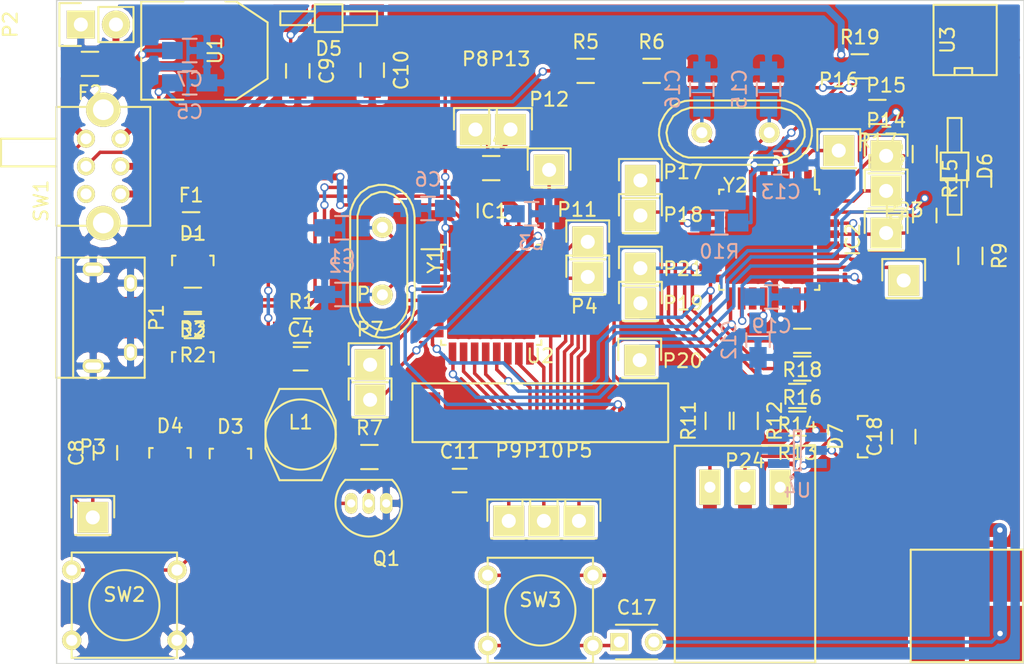
<source format=kicad_pcb>
(kicad_pcb (version 4) (host pcbnew 4.0.2+e4-6225~38~ubuntu16.04.1-stable)
  (layers (0 F.Cu signal) (31 B.Cu signal) (34 B.Paste user hide) (35 F.Paste user hide) (36 B.SilkS user hide) (37 F.SilkS user hide) (38 B.Mask user hide) (39 F.Mask user hide) (44 Edge.Cuts user hide))
  (net 0 "")
  (net 1 GND)
  (net 2 "Net-(C1-Pad2)")
  (net 3 "Net-(C2-Pad1)")
  (net 4 "Net-(C3-Pad1)")
  (net 5 /USB_Vcc)
  (net 6 Batt_Switch)
  (net 7 3Volt_16u)
  (net 8 /Volt_reg_5v)
  (net 9 Battery_input)
  (net 10 5Volt_328)
  (net 11 "Net-(C11-Pad2)")
  (net 12 "Net-(C12-Pad1)")
  (net 13 /RESET_328)
  (net 14 "Net-(C14-Pad2)")
  (net 15 "Net-(C15-Pad2)")
  (net 16 "Net-(C16-Pad2)")
  (net 17 "Net-(C17-Pad1)")
  (net 18 /DUT3)
  (net 19 /USB_D-)
  (net 20 /USB_D+)
  (net 21 "Net-(D3-Pad2)")
  (net 22 UART_328_TO_16u)
  (net 23 "Net-(D6-Pad2)")
  (net 24 "Net-(F1-Pad1)")
  (net 25 /CHARGER_VOLTAGE_SENSE)
  (net 26 "Net-(IC1-Pad6)")
  (net 27 "Net-(IC1-Pad7)")
  (net 28 UART_16u_TO_328)
  (net 29 /lcd_reset-niet)
  (net 30 /lcd_klok)
  (net 31 /control-niet_data-wel)
  (net 32 /LCD_DATA_B0)
  (net 33 /LCD_DATA_B1)
  (net 34 /LCD_DATA_B2)
  (net 35 /LCD_DATA_B3)
  (net 36 /LCD_DATA_B4)
  (net 37 /LCD_DATA_B5)
  (net 38 /LCD_DATA_B6)
  (net 39 /LCD_DATA_B7)
  (net 40 "Net-(IC1-Pad22)")
  (net 41 "Net-(IC1-Pad23)")
  (net 42 /RESET_16u)
  (net 43 /CHARGER_SWITCHING)
  (net 44 "Net-(IC1-Pad26)")
  (net 45 "Net-(IC1-Pad29)")
  (net 46 "Net-(IC1-Pad30)")
  (net 47 "Net-(IC2-Pad1)")
  (net 48 "Net-(IC2-Pad2)")
  (net 49 "Net-(IC2-Pad9)")
  (net 50 "Net-(IC2-Pad10)")
  (net 51 "Net-(IC2-Pad11)")
  (net 52 "Net-(IC2-Pad12)")
  (net 53 "Net-(IC2-Pad13)")
  (net 54 "Net-(IC2-Pad14)")
  (net 55 /328_MOSI)
  (net 56 /328_MISO)
  (net 57 /328_SCK)
  (net 58 "Net-(IC2-Pad19)")
  (net 59 "Net-(IC2-Pad22)")
  (net 60 /DUT1)
  (net 61 /DUT2)
  (net 62 "Net-(IC2-Pad26)")
  (net 63 /Reference_voltage)
  (net 64 /Battery_measure)
  (net 65 "Net-(IC2-Pad32)")
  (net 66 "Net-(P1-Pad4)")
  (net 67 "Net-(Q1-Pad2)")
  (net 68 "Net-(SW1-Pad6)")
  (net 69 "Net-(U3-Pad7)")
  (net 70 "Net-(U3-Pad6)")
  (net 71 "Net-(U3-Pad5)")
  (net 72 "Net-(U3-Pad3)")
  (net 73 "Net-(U3-Pad2)")
  (net 74 "Net-(U3-Pad1)")
  (net 75 "Net-(U4-Pad1)")
  (net 76 Battery_fused)
  (module drawn_by_jpmeijers:CONN_DUT (layer F.Cu) (at 149.8092 135.2296)
    (fp_text reference P24 (at 0 -1.905) (layer F.SilkS))
    (fp_text value "Device Under Test")
    (pad 1 thru_hole rect (at -2.54 0) (size 1.524 2.54) (drill 0.8) (layers *.Cu *.Mask F.SilkS) (net 60 /DUT1))
    (pad 2 thru_hole rect (at 0 0) (size 1.524 2.54) (drill 0.8) (layers *.Cu *.Mask F.SilkS) (net 61 /DUT2))
    (pad 3 thru_hole rect (at 2.54 0) (size 1.524 2.54) (drill 0.8) (layers *.Cu *.Mask F.SilkS) (net 18 /DUT3))
  )
  (module Capacitors_SMD:C_0805_HandSoldering (layer B.Cu) (at 120.65 116.459)
    (fp_text reference C1 (at 0 2.1) (layer B.SilkS) (effects (justify mirror)))
    (fp_text value 22p)
    (pad 1 smd rect (at -1.25 0) (size 1.5 1.25) (layers B.Cu B.Paste B.Mask) (net 1 GND))
    (pad 2 smd rect (at 1.25 0) (size 1.5 1.25) (layers B.Cu B.Paste B.Mask) (net 2 "Net-(C1-Pad2)"))
  )
  (module Capacitors_SMD:C_0805_HandSoldering (layer B.Cu) (at 120.65 121.285 180)
    (fp_text reference C2 (at 0 2.1 180) (layer B.SilkS) (effects (justify mirror)))
    (fp_text value 22p)
    (pad 1 smd rect (at -1.25 0 180) (size 1.5 1.25) (layers B.Cu B.Paste B.Mask) (net 3 "Net-(C2-Pad1)"))
    (pad 2 smd rect (at 1.25 0 180) (size 1.5 1.25) (layers B.Cu B.Paste B.Mask) (net 1 GND))
  )
  (module Capacitors_SMD:C_0805_HandSoldering (layer B.Cu) (at 134.366 115.443)
    (fp_text reference C3 (at 0 2.1) (layer B.SilkS) (effects (justify mirror)))
    (fp_text value 1uF)
    (pad 1 smd rect (at -1.25 0) (size 1.5 1.25) (layers B.Cu B.Paste B.Mask) (net 4 "Net-(C3-Pad1)"))
    (pad 2 smd rect (at 1.25 0) (size 1.5 1.25) (layers B.Cu B.Paste B.Mask) (net 1 GND))
  )
  (module Capacitors_SMD:C_0805_HandSoldering (layer F.Cu) (at 117.6528 125.9332)
    (fp_text reference C4 (at 0 -2.1) (layer F.SilkS))
    (fp_text value 100n)
    (pad 1 smd rect (at -1.25 0) (size 1.5 1.25) (layers F.Cu F.Paste F.Mask) (net 5 /USB_Vcc))
    (pad 2 smd rect (at 1.25 0) (size 1.5 1.25) (layers F.Cu F.Paste F.Mask) (net 1 GND))
  )
  (module Capacitors_SMD:C_0805_HandSoldering (layer B.Cu) (at 109.6264 105.9688)
    (fp_text reference C5 (at 0 2.1) (layer B.SilkS) (effects (justify mirror)))
    (fp_text value 10u)
    (pad 1 smd rect (at -1.25 0) (size 1.5 1.25) (layers B.Cu B.Paste B.Mask) (net 6 Batt_Switch))
    (pad 2 smd rect (at 1.25 0) (size 1.5 1.25) (layers B.Cu B.Paste B.Mask) (net 1 GND))
  )
  (module Capacitors_SMD:C_0805_HandSoldering (layer B.Cu) (at 126.873 115.062 180)
    (fp_text reference C6 (at 0 2.1 180) (layer B.SilkS) (effects (justify mirror)))
    (fp_text value 100n)
    (pad 1 smd rect (at -1.25 0 180) (size 1.5 1.25) (layers B.Cu B.Paste B.Mask) (net 7 3Volt_16u))
    (pad 2 smd rect (at 1.25 0 180) (size 1.5 1.25) (layers B.Cu B.Paste B.Mask) (net 1 GND))
  )
  (module Capacitors_SMD:C_0805_HandSoldering (layer B.Cu) (at 109.6264 103.632)
    (fp_text reference C7 (at 0 2.1) (layer B.SilkS) (effects (justify mirror)))
    (fp_text value 10u)
    (pad 1 smd rect (at -1.25 0) (size 1.5 1.25) (layers B.Cu B.Paste B.Mask) (net 8 /Volt_reg_5v))
    (pad 2 smd rect (at 1.25 0) (size 1.5 1.25) (layers B.Cu B.Paste B.Mask) (net 1 GND))
  )
  (module Capacitors_SMD:C_0805_HandSoldering (layer F.Cu) (at 103.5304 132.7404 90)
    (fp_text reference C8 (at 0 -2.1 90) (layer F.SilkS))
    (fp_text value C_Small)
    (pad 1 smd rect (at -1.25 0 90) (size 1.5 1.25) (layers F.Cu F.Paste F.Mask) (net 76 Battery_fused))
    (pad 2 smd rect (at 1.25 0 90) (size 1.5 1.25) (layers F.Cu F.Paste F.Mask) (net 1 GND))
  )
  (module Capacitors_SMD:C_0805_HandSoldering (layer F.Cu) (at 117.4496 105.1052 270)
    (fp_text reference C9 (at 0 -2.1 270) (layer F.SilkS))
    (fp_text value 10uF)
    (pad 1 smd rect (at -1.25 0 270) (size 1.5 1.25) (layers F.Cu F.Paste F.Mask) (net 10 5Volt_328))
    (pad 2 smd rect (at 1.25 0 270) (size 1.5 1.25) (layers F.Cu F.Paste F.Mask) (net 1 GND))
  )
  (module Capacitors_SMD:C_0805_HandSoldering (layer F.Cu) (at 122.8344 105.0544 270)
    (fp_text reference C10 (at 0 -2.1 270) (layer F.SilkS))
    (fp_text value 10uF)
    (pad 1 smd rect (at -1.25 0 270) (size 1.5 1.25) (layers F.Cu F.Paste F.Mask) (net 7 3Volt_16u))
    (pad 2 smd rect (at 1.25 0 270) (size 1.5 1.25) (layers F.Cu F.Paste F.Mask) (net 1 GND))
  )
  (module Capacitors_SMD:C_0805_HandSoldering (layer F.Cu) (at 129.159 134.747)
    (fp_text reference C11 (at 0 -2.1) (layer F.SilkS))
    (fp_text value 1u)
    (pad 1 smd rect (at -1.25 0) (size 1.5 1.25) (layers F.Cu F.Paste F.Mask) (net 1 GND))
    (pad 2 smd rect (at 1.25 0) (size 1.5 1.25) (layers F.Cu F.Paste F.Mask) (net 11 "Net-(C11-Pad2)"))
  )
  (module Capacitors_SMD:C_0805_HandSoldering (layer B.Cu) (at 150.749 124.587 270)
    (fp_text reference C12 (at 0 2.1 270) (layer B.SilkS) (effects (justify mirror)))
    (fp_text value 1n)
    (pad 1 smd rect (at -1.25 0 270) (size 1.5 1.25) (layers B.Cu B.Paste B.Mask) (net 12 "Net-(C12-Pad1)"))
    (pad 2 smd rect (at 1.25 0 270) (size 1.5 1.25) (layers B.Cu B.Paste B.Mask) (net 1 GND))
  )
  (module Capacitors_SMD:C_0805_HandSoldering (layer B.Cu) (at 152.4 111.76)
    (fp_text reference C13 (at 0 2.1) (layer B.SilkS) (effects (justify mirror)))
    (fp_text value 100n)
    (pad 1 smd rect (at -1.25 0) (size 1.5 1.25) (layers B.Cu B.Paste B.Mask) (net 10 5Volt_328))
    (pad 2 smd rect (at 1.25 0) (size 1.5 1.25) (layers B.Cu B.Paste B.Mask) (net 1 GND))
  )
  (module Capacitors_SMD:C_0805_HandSoldering (layer F.Cu) (at 162.814 115.57 90)
    (fp_text reference C14 (at 0 -2.1 90) (layer F.SilkS))
    (fp_text value 100n)
    (pad 1 smd rect (at -1.25 0 90) (size 1.5 1.25) (layers F.Cu F.Paste F.Mask) (net 13 /RESET_328))
    (pad 2 smd rect (at 1.25 0 90) (size 1.5 1.25) (layers F.Cu F.Paste F.Mask) (net 14 "Net-(C14-Pad2)"))
  )
  (module Capacitors_SMD:C_0805_HandSoldering (layer B.Cu) (at 151.511 106.426 270)
    (fp_text reference C15 (at 0 2.1 270) (layer B.SilkS) (effects (justify mirror)))
    (fp_text value 22pF)
    (pad 1 smd rect (at -1.25 0 270) (size 1.5 1.25) (layers B.Cu B.Paste B.Mask) (net 1 GND))
    (pad 2 smd rect (at 1.25 0 270) (size 1.5 1.25) (layers B.Cu B.Paste B.Mask) (net 15 "Net-(C15-Pad2)"))
  )
  (module Capacitors_SMD:C_0805_HandSoldering (layer B.Cu) (at 146.685 106.426 270)
    (fp_text reference C16 (at 0 2.1 270) (layer B.SilkS) (effects (justify mirror)))
    (fp_text value 22pF)
    (pad 1 smd rect (at -1.25 0 270) (size 1.5 1.25) (layers B.Cu B.Paste B.Mask) (net 1 GND))
    (pad 2 smd rect (at 1.25 0 270) (size 1.5 1.25) (layers B.Cu B.Paste B.Mask) (net 16 "Net-(C16-Pad2)"))
  )
  (module Capacitors_ThroughHole:C_Disc_D3_P2.5 (layer F.Cu) (at 140.716 146.431)
    (fp_text reference C17 (at 1.25 -2.5) (layer F.SilkS))
    (fp_text value "22nF high quality")
    (pad 1 thru_hole rect (at 0 0) (size 1.3 1.3) (drill 0.8) (layers *.Cu *.Mask F.SilkS) (net 17 "Net-(C17-Pad1)"))
    (pad 2 thru_hole circle (at 2.5 0) (size 1.3 1.3) (drill 0.8001) (layers *.Cu *.Mask F.SilkS) (net 18 /DUT3))
  )
  (module Capacitors_SMD:C_0805_HandSoldering (layer F.Cu) (at 161.29 131.572 90)
    (fp_text reference C18 (at 0 -2.1 90) (layer F.SilkS))
    (fp_text value 100n)
    (pad 1 smd rect (at -1.25 0 90) (size 1.5 1.25) (layers F.Cu F.Paste F.Mask) (net 10 5Volt_328))
    (pad 2 smd rect (at 1.25 0 90) (size 1.5 1.25) (layers F.Cu F.Paste F.Mask) (net 1 GND))
  )
  (module TO_SOT_Packages_SMD:SOT-23 (layer F.Cu) (at 109.855 119.126)
    (fp_text reference D1 (at 0 -2.25) (layer F.SilkS))
    (fp_text value "3.6V <400mW")
    (pad 1 smd rect (at -0.95 1.00076) (size 0.8001 0.8001) (layers F.Cu F.Paste F.Mask) (net 19 /USB_D-))
    (pad 2 smd rect (at 0.95 1.00076) (size 0.8001 0.8001) (layers F.Cu F.Paste F.Mask) (net 1 GND))
    (pad 3 smd rect (at 0 -0.99822) (size 0.8001 0.8001) (layers F.Cu F.Paste F.Mask))
  )
  (module TO_SOT_Packages_SMD:SOT-23 (layer F.Cu) (at 109.855 126.111)
    (fp_text reference D2 (at 0 -2.25) (layer F.SilkS))
    (fp_text value "3.6V <400mW")
    (pad 1 smd rect (at -0.95 1.00076) (size 0.8001 0.8001) (layers F.Cu F.Paste F.Mask) (net 20 /USB_D+))
    (pad 2 smd rect (at 0.95 1.00076) (size 0.8001 0.8001) (layers F.Cu F.Paste F.Mask) (net 1 GND))
    (pad 3 smd rect (at 0 -0.99822) (size 0.8001 0.8001) (layers F.Cu F.Paste F.Mask))
  )
  (module TO_SOT_Packages_SMD:SOT-23 (layer F.Cu) (at 112.5728 133.096)
    (fp_text reference D3 (at 0 -2.25) (layer F.SilkS))
    (fp_text value D)
    (pad 1 smd rect (at -0.95 1.00076) (size 0.8001 0.8001) (layers F.Cu F.Paste F.Mask) (net 76 Battery_fused))
    (pad 2 smd rect (at 0.95 1.00076) (size 0.8001 0.8001) (layers F.Cu F.Paste F.Mask) (net 21 "Net-(D3-Pad2)"))
    (pad 3 smd rect (at 0 -0.99822) (size 0.8001 0.8001) (layers F.Cu F.Paste F.Mask))
  )
  (module TO_SOT_Packages_SMD:SOT-23 (layer F.Cu) (at 108.204 133.0452)
    (fp_text reference D4 (at 0 -2.25) (layer F.SilkS))
    (fp_text value ZENER)
    (pad 1 smd rect (at -0.95 1.00076) (size 0.8001 0.8001) (layers F.Cu F.Paste F.Mask) (net 76 Battery_fused))
    (pad 2 smd rect (at 0.95 1.00076) (size 0.8001 0.8001) (layers F.Cu F.Paste F.Mask) (net 1 GND))
    (pad 3 smd rect (at 0 -0.99822) (size 0.8001 0.8001) (layers F.Cu F.Paste F.Mask))
  )
  (module drawn_by_jpmeijers:FOON_LED (layer F.Cu) (at 119.6848 101.2952)
    (fp_text reference D5 (at 0 2.2) (layer F.SilkS))
    (fp_text value "RED LED")
    (pad 1 smd rect (at 2.75 0) (size 2.5 2) (layers F.Cu F.Paste F.Mask) (net 7 3Volt_16u))
    (pad 2 smd rect (at -2.75 0) (size 2.5 2) (layers F.Cu F.Paste F.Mask) (net 10 5Volt_328))
  )
  (module drawn_by_jpmeijers:FOON_LED (layer F.Cu) (at 164.973 112.014 90)
    (fp_text reference D6 (at 0 2.2 90) (layer F.SilkS))
    (fp_text value "RED LED (opt)")
    (pad 1 smd rect (at 2.75 0 90) (size 2.5 2) (layers F.Cu F.Paste F.Mask) (net 22 UART_328_TO_16u))
    (pad 2 smd rect (at -2.75 0 90) (size 2.5 2) (layers F.Cu F.Paste F.Mask) (net 23 "Net-(D6-Pad2)"))
  )
  (module TO_SOT_Packages_SMD:SOT-23 (layer F.Cu) (at 158.623 131.572 90)
    (fp_text reference D7 (at 0 -2.25 90) (layer F.SilkS))
    (fp_text value P6KE6V8A)
    (pad 1 smd rect (at -0.95 1.00076 90) (size 0.8001 0.8001) (layers F.Cu F.Paste F.Mask) (net 10 5Volt_328))
    (pad 2 smd rect (at 0.95 1.00076 90) (size 0.8001 0.8001) (layers F.Cu F.Paste F.Mask) (net 1 GND))
    (pad 3 smd rect (at 0 -0.99822 90) (size 0.8001 0.8001) (layers F.Cu F.Paste F.Mask))
  )
  (module Resistors_SMD:R_0805_HandSoldering (layer F.Cu) (at 109.728 116.205)
    (fp_text reference F1 (at 0 -2.1) (layer F.SilkS))
    (fp_text value FUSE)
    (pad 1 smd rect (at -1.35 0) (size 1.5 1.3) (layers F.Cu F.Paste F.Mask) (net 24 "Net-(F1-Pad1)"))
    (pad 2 smd rect (at 1.35 0) (size 1.5 1.3) (layers F.Cu F.Paste F.Mask) (net 5 /USB_Vcc))
  )
  (module Resistors_SMD:R_0805_HandSoldering (layer F.Cu) (at 102.4128 104.5972 180)
    (fp_text reference F2 (at 0 -2.1 180) (layer F.SilkS))
    (fp_text value FUSE)
    (pad 1 smd rect (at -1.35 0 180) (size 1.5 1.3) (layers F.Cu F.Paste F.Mask) (net 9 Battery_input))
    (pad 2 smd rect (at 1.35 0 180) (size 1.5 1.3) (layers F.Cu F.Paste F.Mask) (net 76 Battery_fused))
  )
  (module Housings_QFP:TQFP-32_7x7mm_Pitch0.8mm (layer F.Cu) (at 131.445 121.3104)
    (fp_text reference IC1 (at 0 -6.05) (layer F.SilkS))
    (fp_text value ATMEGA16U2)
    (pad 1 smd rect (at -4.25 -2.8) (size 1.6 0.55) (layers F.Cu F.Paste F.Mask) (net 2 "Net-(C1-Pad2)"))
    (pad 2 smd rect (at -4.25 -2) (size 1.6 0.55) (layers F.Cu F.Paste F.Mask) (net 3 "Net-(C2-Pad1)"))
    (pad 3 smd rect (at -4.25 -1.2) (size 1.6 0.55) (layers F.Cu F.Paste F.Mask) (net 1 GND))
    (pad 4 smd rect (at -4.25 -0.4) (size 1.6 0.55) (layers F.Cu F.Paste F.Mask) (net 7 3Volt_16u))
    (pad 5 smd rect (at -4.25 0.4) (size 1.6 0.55) (layers F.Cu F.Paste F.Mask) (net 25 /CHARGER_VOLTAGE_SENSE))
    (pad 6 smd rect (at -4.25 1.2) (size 1.6 0.55) (layers F.Cu F.Paste F.Mask) (net 26 "Net-(IC1-Pad6)"))
    (pad 7 smd rect (at -4.25 2) (size 1.6 0.55) (layers F.Cu F.Paste F.Mask) (net 27 "Net-(IC1-Pad7)"))
    (pad 8 smd rect (at -4.25 2.8) (size 1.6 0.55) (layers F.Cu F.Paste F.Mask) (net 22 UART_328_TO_16u))
    (pad 9 smd rect (at -2.8 4.25 90) (size 1.6 0.55) (layers F.Cu F.Paste F.Mask) (net 28 UART_16u_TO_328))
    (pad 10 smd rect (at -2 4.25 90) (size 1.6 0.55) (layers F.Cu F.Paste F.Mask) (net 29 /lcd_reset-niet))
    (pad 11 smd rect (at -1.2 4.25 90) (size 1.6 0.55) (layers F.Cu F.Paste F.Mask) (net 30 /lcd_klok))
    (pad 12 smd rect (at -0.4 4.25 90) (size 1.6 0.55) (layers F.Cu F.Paste F.Mask) (net 31 /control-niet_data-wel))
    (pad 13 smd rect (at 0.4 4.25 90) (size 1.6 0.55) (layers F.Cu F.Paste F.Mask) (net 14 "Net-(C14-Pad2)"))
    (pad 14 smd rect (at 1.2 4.25 90) (size 1.6 0.55) (layers F.Cu F.Paste F.Mask) (net 32 /LCD_DATA_B0))
    (pad 15 smd rect (at 2 4.25 90) (size 1.6 0.55) (layers F.Cu F.Paste F.Mask) (net 33 /LCD_DATA_B1))
    (pad 16 smd rect (at 2.8 4.25 90) (size 1.6 0.55) (layers F.Cu F.Paste F.Mask) (net 34 /LCD_DATA_B2))
    (pad 17 smd rect (at 4.25 2.8) (size 1.6 0.55) (layers F.Cu F.Paste F.Mask) (net 35 /LCD_DATA_B3))
    (pad 18 smd rect (at 4.25 2) (size 1.6 0.55) (layers F.Cu F.Paste F.Mask) (net 36 /LCD_DATA_B4))
    (pad 19 smd rect (at 4.25 1.2) (size 1.6 0.55) (layers F.Cu F.Paste F.Mask) (net 37 /LCD_DATA_B5))
    (pad 20 smd rect (at 4.25 0.4) (size 1.6 0.55) (layers F.Cu F.Paste F.Mask) (net 38 /LCD_DATA_B6))
    (pad 21 smd rect (at 4.25 -0.4) (size 1.6 0.55) (layers F.Cu F.Paste F.Mask) (net 39 /LCD_DATA_B7))
    (pad 22 smd rect (at 4.25 -1.2) (size 1.6 0.55) (layers F.Cu F.Paste F.Mask) (net 40 "Net-(IC1-Pad22)"))
    (pad 23 smd rect (at 4.25 -2) (size 1.6 0.55) (layers F.Cu F.Paste F.Mask) (net 41 "Net-(IC1-Pad23)"))
    (pad 24 smd rect (at 4.25 -2.8) (size 1.6 0.55) (layers F.Cu F.Paste F.Mask) (net 42 /RESET_16u))
    (pad 25 smd rect (at 2.8 -4.25 90) (size 1.6 0.55) (layers F.Cu F.Paste F.Mask) (net 43 /CHARGER_SWITCHING))
    (pad 26 smd rect (at 2 -4.25 90) (size 1.6 0.55) (layers F.Cu F.Paste F.Mask) (net 44 "Net-(IC1-Pad26)"))
    (pad 27 smd rect (at 1.2 -4.25 90) (size 1.6 0.55) (layers F.Cu F.Paste F.Mask) (net 4 "Net-(C3-Pad1)"))
    (pad 28 smd rect (at 0.4 -4.25 90) (size 1.6 0.55) (layers F.Cu F.Paste F.Mask) (net 1 GND))
    (pad 29 smd rect (at -0.4 -4.25 90) (size 1.6 0.55) (layers F.Cu F.Paste F.Mask) (net 45 "Net-(IC1-Pad29)"))
    (pad 30 smd rect (at -1.2 -4.25 90) (size 1.6 0.55) (layers F.Cu F.Paste F.Mask) (net 46 "Net-(IC1-Pad30)"))
    (pad 31 smd rect (at -2 -4.25 90) (size 1.6 0.55) (layers F.Cu F.Paste F.Mask) (net 5 /USB_Vcc))
    (pad 32 smd rect (at -2.8 -4.25 90) (size 1.6 0.55) (layers F.Cu F.Paste F.Mask) (net 7 3Volt_16u))
  )
  (module Housings_QFP:TQFP-32_7x7mm_Pitch0.8mm (layer F.Cu) (at 151.5618 117.3226 270)
    (fp_text reference IC2 (at 0 -6.05 270) (layer F.SilkS))
    (fp_text value ATMEGA328P-A)
    (pad 1 smd rect (at -4.25 -2.8 270) (size 1.6 0.55) (layers F.Cu F.Paste F.Mask) (net 47 "Net-(IC2-Pad1)"))
    (pad 2 smd rect (at -4.25 -2 270) (size 1.6 0.55) (layers F.Cu F.Paste F.Mask) (net 48 "Net-(IC2-Pad2)"))
    (pad 3 smd rect (at -4.25 -1.2 270) (size 1.6 0.55) (layers F.Cu F.Paste F.Mask) (net 1 GND))
    (pad 4 smd rect (at -4.25 -0.4 270) (size 1.6 0.55) (layers F.Cu F.Paste F.Mask) (net 10 5Volt_328))
    (pad 5 smd rect (at -4.25 0.4 270) (size 1.6 0.55) (layers F.Cu F.Paste F.Mask) (net 1 GND))
    (pad 6 smd rect (at -4.25 1.2 270) (size 1.6 0.55) (layers F.Cu F.Paste F.Mask) (net 10 5Volt_328))
    (pad 7 smd rect (at -4.25 2 270) (size 1.6 0.55) (layers F.Cu F.Paste F.Mask) (net 15 "Net-(C15-Pad2)"))
    (pad 8 smd rect (at -4.25 2.8 270) (size 1.6 0.55) (layers F.Cu F.Paste F.Mask) (net 16 "Net-(C16-Pad2)"))
    (pad 9 smd rect (at -2.8 4.25) (size 1.6 0.55) (layers F.Cu F.Paste F.Mask) (net 49 "Net-(IC2-Pad9)"))
    (pad 10 smd rect (at -2 4.25) (size 1.6 0.55) (layers F.Cu F.Paste F.Mask) (net 50 "Net-(IC2-Pad10)"))
    (pad 11 smd rect (at -1.2 4.25) (size 1.6 0.55) (layers F.Cu F.Paste F.Mask) (net 51 "Net-(IC2-Pad11)"))
    (pad 12 smd rect (at -0.4 4.25) (size 1.6 0.55) (layers F.Cu F.Paste F.Mask) (net 52 "Net-(IC2-Pad12)"))
    (pad 13 smd rect (at 0.4 4.25) (size 1.6 0.55) (layers F.Cu F.Paste F.Mask) (net 53 "Net-(IC2-Pad13)"))
    (pad 14 smd rect (at 1.2 4.25) (size 1.6 0.55) (layers F.Cu F.Paste F.Mask) (net 54 "Net-(IC2-Pad14)"))
    (pad 15 smd rect (at 2 4.25) (size 1.6 0.55) (layers F.Cu F.Paste F.Mask) (net 55 /328_MOSI))
    (pad 16 smd rect (at 2.8 4.25) (size 1.6 0.55) (layers F.Cu F.Paste F.Mask) (net 56 /328_MISO))
    (pad 17 smd rect (at 4.25 2.8 270) (size 1.6 0.55) (layers F.Cu F.Paste F.Mask) (net 57 /328_SCK))
    (pad 18 smd rect (at 4.25 2 270) (size 1.6 0.55) (layers F.Cu F.Paste F.Mask) (net 10 5Volt_328))
    (pad 19 smd rect (at 4.25 1.2 270) (size 1.6 0.55) (layers F.Cu F.Paste F.Mask) (net 58 "Net-(IC2-Pad19)"))
    (pad 20 smd rect (at 4.25 0.4 270) (size 1.6 0.55) (layers F.Cu F.Paste F.Mask) (net 12 "Net-(C12-Pad1)"))
    (pad 21 smd rect (at 4.25 -0.4 270) (size 1.6 0.55) (layers F.Cu F.Paste F.Mask) (net 1 GND))
    (pad 22 smd rect (at 4.25 -1.2 270) (size 1.6 0.55) (layers F.Cu F.Paste F.Mask) (net 59 "Net-(IC2-Pad22)"))
    (pad 23 smd rect (at 4.25 -2 270) (size 1.6 0.55) (layers F.Cu F.Paste F.Mask) (net 60 /DUT1))
    (pad 24 smd rect (at 4.25 -2.8 270) (size 1.6 0.55) (layers F.Cu F.Paste F.Mask) (net 61 /DUT2))
    (pad 25 smd rect (at 2.8 -4.25) (size 1.6 0.55) (layers F.Cu F.Paste F.Mask) (net 18 /DUT3))
    (pad 26 smd rect (at 2 -4.25) (size 1.6 0.55) (layers F.Cu F.Paste F.Mask) (net 62 "Net-(IC2-Pad26)"))
    (pad 27 smd rect (at 1.2 -4.25) (size 1.6 0.55) (layers F.Cu F.Paste F.Mask) (net 63 /Reference_voltage))
    (pad 28 smd rect (at 0.4 -4.25) (size 1.6 0.55) (layers F.Cu F.Paste F.Mask) (net 64 /Battery_measure))
    (pad 29 smd rect (at -0.4 -4.25) (size 1.6 0.55) (layers F.Cu F.Paste F.Mask) (net 13 /RESET_328))
    (pad 30 smd rect (at -1.2 -4.25) (size 1.6 0.55) (layers F.Cu F.Paste F.Mask) (net 28 UART_16u_TO_328))
    (pad 31 smd rect (at -2 -4.25) (size 1.6 0.55) (layers F.Cu F.Paste F.Mask) (net 23 "Net-(D6-Pad2)"))
    (pad 32 smd rect (at -2.8 -4.25) (size 1.6 0.55) (layers F.Cu F.Paste F.Mask) (net 65 "Net-(IC2-Pad32)"))
  )
  (module Inductors:SELF-WE-PD3S (layer F.Cu) (at 117.6528 131.4196 270)
    (fp_text reference L1 (at -0.889 0 360) (layer F.SilkS))
    (fp_text value INDUCTOR)
    (pad 1 smd rect (at -3.048 0 270) (size 1.99898 1.99898) (layers F.Cu F.Paste F.Mask) (net 5 /USB_Vcc))
    (pad 2 smd rect (at 3.048 0 270) (size 1.99898 1.99898) (layers F.Cu F.Paste F.Mask) (net 21 "Net-(D3-Pad2)"))
  )
  (module Connect:USB_Micro-B (layer F.Cu) (at 103.7844 122.9614 270)
    (fp_text reference P1 (at 0 -3.45 270) (layer F.SilkS))
    (fp_text value USB_OTG)
    (pad 1 smd rect (at -1.3009 -1.56254) (size 1.35 0.4) (layers F.Cu F.Paste F.Mask) (net 24 "Net-(F1-Pad1)"))
    (pad 2 smd rect (at -0.6509 -1.56254) (size 1.35 0.4) (layers F.Cu F.Paste F.Mask) (net 19 /USB_D-))
    (pad 3 smd rect (at -0.0009 -1.56254) (size 1.35 0.4) (layers F.Cu F.Paste F.Mask) (net 20 /USB_D+))
    (pad 4 smd rect (at 0.6491 -1.56254) (size 1.35 0.4) (layers F.Cu F.Paste F.Mask) (net 66 "Net-(P1-Pad4)"))
    (pad 5 smd rect (at 1.2991 -1.56254) (size 1.35 0.4) (layers F.Cu F.Paste F.Mask) (net 1 GND))
    (pad 6 thru_hole oval (at -2.5009 -1.56254) (size 0.95 1.25) (drill oval 0.55 0.85) (layers *.Cu *.Mask F.SilkS) (net 1 GND))
    (pad 6 thru_hole oval (at 2.4991 -1.56254) (size 0.95 1.25) (drill oval 0.55 0.85) (layers *.Cu *.Mask F.SilkS) (net 1 GND))
    (pad 6 thru_hole oval (at -3.5009 1.13746) (size 1.55 1) (drill oval 1.15 0.5) (layers *.Cu *.Mask F.SilkS) (net 1 GND))
    (pad 6 thru_hole oval (at 3.4991 1.13746) (size 1.55 1) (drill oval 1.15 0.5) (layers *.Cu *.Mask F.SilkS) (net 1 GND))
  )
  (module Pin_Headers:Pin_Header_Straight_1x02 (layer F.Cu) (at 101.7524 101.7524 90)
    (fp_text reference P2 (at 0 -5.1 90) (layer F.SilkS))
    (fp_text value BATTERY_CONNECTOR)
    (pad 1 thru_hole rect (at 0 0 90) (size 2.032 2.032) (drill 1.016) (layers *.Cu *.Mask F.SilkS) (net 1 GND))
    (pad 2 thru_hole oval (at 0 2.54 90) (size 2.032 2.032) (drill 1.016) (layers *.Cu *.Mask F.SilkS) (net 9 Battery_input))
  )
  (module Pin_Headers:Pin_Header_Straight_1x01 (layer F.Cu) (at 102.616 137.414)
    (fp_text reference P3 (at 0 -5.1) (layer F.SilkS))
    (fp_text value Voltage_for_zener)
    (pad 1 thru_hole rect (at 0 0) (size 2.2352 2.2352) (drill 1.016) (layers *.Cu *.Mask F.SilkS) (net 76 Battery_fused))
  )
  (module Pin_Headers:Pin_Header_Straight_1x01 (layer F.Cu) (at 138.43 120.015)
    (fp_text reference P4 (at -0.254 2.1336) (layer F.SilkS))
    (fp_text value BO_PC7)
    (pad 1 thru_hole rect (at 0 0) (size 2.2352 2.2352) (drill 1.016) (layers *.Cu *.Mask F.SilkS) (net 40 "Net-(IC1-Pad22)"))
  )
  (module Pin_Headers:Pin_Header_Straight_1x01 (layer F.Cu) (at 137.795 137.668)
    (fp_text reference P5 (at 0 -5.1) (layer F.SilkS))
    (fp_text value ICSP_prog_16u2_1)
    (pad 1 thru_hole rect (at 0 0) (size 2.2352 2.2352) (drill 1.016) (layers *.Cu *.Mask F.SilkS) (net 35 /LCD_DATA_B3))
  )
  (module Pin_Headers:Pin_Header_Straight_1x01 (layer F.Cu) (at 122.682 126.365)
    (fp_text reference P6 (at 0 -5.1) (layer F.SilkS))
    (fp_text value BO_PD0)
    (pad 1 thru_hole rect (at 0 0) (size 2.2352 2.2352) (drill 1.016) (layers *.Cu *.Mask F.SilkS) (net 26 "Net-(IC1-Pad6)"))
  )
  (module Pin_Headers:Pin_Header_Straight_1x01 (layer F.Cu) (at 122.682 128.905)
    (fp_text reference P7 (at 0 -5.1) (layer F.SilkS))
    (fp_text value BO_PD1)
    (pad 1 thru_hole rect (at 0 0) (size 2.2352 2.2352) (drill 1.016) (layers *.Cu *.Mask F.SilkS) (net 27 "Net-(IC1-Pad7)"))
  )
  (module Pin_Headers:Pin_Header_Straight_1x01 (layer F.Cu) (at 130.302 109.347)
    (fp_text reference P8 (at 0 -5.1) (layer F.SilkS))
    (fp_text value BO_PC4)
    (pad 1 thru_hole rect (at 0 0) (size 2.2352 2.2352) (drill 1.016) (layers *.Cu *.Mask F.SilkS) (net 44 "Net-(IC1-Pad26)"))
  )
  (module Pin_Headers:Pin_Header_Straight_1x01 (layer F.Cu) (at 132.715 137.668)
    (fp_text reference P9 (at 0 -5.1) (layer F.SilkS))
    (fp_text value ICSP_prog_16u2_3)
    (pad 1 thru_hole rect (at 0 0) (size 2.2352 2.2352) (drill 1.016) (layers *.Cu *.Mask F.SilkS) (net 33 /LCD_DATA_B1))
  )
  (module Pin_Headers:Pin_Header_Straight_1x01 (layer F.Cu) (at 135.255 137.668)
    (fp_text reference P10 (at 0 -5.1) (layer F.SilkS))
    (fp_text value ICSP_prog_16u2_4)
    (pad 1 thru_hole rect (at 0 0) (size 2.2352 2.2352) (drill 1.016) (layers *.Cu *.Mask F.SilkS) (net 34 /LCD_DATA_B2))
  )
  (module Pin_Headers:Pin_Header_Straight_1x01 (layer F.Cu) (at 138.43 117.475)
    (fp_text reference P11 (at -0.762 -2.3368) (layer F.SilkS))
    (fp_text value BO_PC6)
    (pad 1 thru_hole rect (at 0 0) (size 2.2352 2.2352) (drill 1.016) (layers *.Cu *.Mask F.SilkS) (net 41 "Net-(IC1-Pad23)"))
  )
  (module Pin_Headers:Pin_Header_Straight_1x01 (layer F.Cu) (at 135.636 112.268)
    (fp_text reference P12 (at 0 -5.1) (layer F.SilkS))
    (fp_text value ICSP_prog_16u2_5)
    (pad 1 thru_hole rect (at 0 0) (size 2.2352 2.2352) (drill 1.016) (layers *.Cu *.Mask F.SilkS) (net 42 /RESET_16u))
  )
  (module Pin_Headers:Pin_Header_Straight_1x01 (layer F.Cu) (at 132.842 109.347)
    (fp_text reference P13 (at 0 -5.1) (layer F.SilkS))
    (fp_text value BO_PC5)
    (pad 1 thru_hole rect (at 0 0) (size 2.2352 2.2352) (drill 1.016) (layers *.Cu *.Mask F.SilkS) (net 43 /CHARGER_SWITCHING))
  )
  (module Pin_Headers:Pin_Header_Straight_1x01 (layer F.Cu) (at 160.02 113.792)
    (fp_text reference P14 (at 0 -5.1) (layer F.SilkS))
    (fp_text value BO_PD2)
    (pad 1 thru_hole rect (at 0 0) (size 2.2352 2.2352) (drill 1.016) (layers *.Cu *.Mask F.SilkS) (net 65 "Net-(IC2-Pad32)"))
  )
  (module Pin_Headers:Pin_Header_Straight_1x01 (layer F.Cu) (at 160.02 111.252)
    (fp_text reference P15 (at 0 -5.1) (layer F.SilkS))
    (fp_text value BO_PD3)
    (pad 1 thru_hole rect (at 0 0) (size 2.2352 2.2352) (drill 1.016) (layers *.Cu *.Mask F.SilkS) (net 47 "Net-(IC2-Pad1)"))
  )
  (module Pin_Headers:Pin_Header_Straight_1x01 (layer F.Cu) (at 156.591 110.871)
    (fp_text reference P16 (at 0 -5.1) (layer F.SilkS))
    (fp_text value BO_PD4)
    (pad 1 thru_hole rect (at 0 0) (size 2.2352 2.2352) (drill 1.016) (layers *.Cu *.Mask F.SilkS) (net 48 "Net-(IC2-Pad2)"))
  )
  (module Pin_Headers:Pin_Header_Straight_1x01 (layer F.Cu) (at 142.24 113.03)
    (fp_text reference P17 (at 3.0988 -0.6096) (layer F.SilkS))
    (fp_text value BO_PD5)
    (pad 1 thru_hole rect (at 0 0) (size 2.2352 2.2352) (drill 1.016) (layers *.Cu *.Mask F.SilkS) (net 49 "Net-(IC2-Pad9)"))
  )
  (module Pin_Headers:Pin_Header_Straight_1x01 (layer F.Cu) (at 142.24 115.57)
    (fp_text reference P18 (at 3.0988 -0.0508) (layer F.SilkS))
    (fp_text value BO_PD6)
    (pad 1 thru_hole rect (at 0 0) (size 2.2352 2.2352) (drill 1.016) (layers *.Cu *.Mask F.SilkS) (net 50 "Net-(IC2-Pad10)"))
  )
  (module Pin_Headers:Pin_Header_Straight_1x01 (layer F.Cu) (at 142.24 121.92)
    (fp_text reference P19 (at 3.0988 0) (layer F.SilkS))
    (fp_text value ICSP_prog_328_1)
    (pad 1 thru_hole rect (at 0 0) (size 2.2352 2.2352) (drill 1.016) (layers *.Cu *.Mask F.SilkS) (net 56 /328_MISO))
  )
  (module Pin_Headers:Pin_Header_Straight_1x01 (layer F.Cu) (at 142.1892 126.0348)
    (fp_text reference P20 (at 3.0988 0.0508) (layer F.SilkS))
    (fp_text value ICSP_prog_328_3)
    (pad 1 thru_hole rect (at 0 0) (size 2.2352 2.2352) (drill 1.016) (layers *.Cu *.Mask F.SilkS) (net 57 /328_SCK))
  )
  (module Pin_Headers:Pin_Header_Straight_1x01 (layer F.Cu) (at 142.24 119.38)
    (fp_text reference P21 (at 3.0988 0.0508) (layer F.SilkS))
    (fp_text value ICSP_prog_328_4)
    (pad 1 thru_hole rect (at 0 0) (size 2.2352 2.2352) (drill 1.016) (layers *.Cu *.Mask F.SilkS) (net 55 /328_MOSI))
  )
  (module Pin_Headers:Pin_Header_Straight_1x01 (layer F.Cu) (at 160.02 116.84)
    (fp_text reference P22 (at 0 -5.1) (layer F.SilkS))
    (fp_text value ICSP_prog_328_5)
    (pad 1 thru_hole rect (at 0 0) (size 2.2352 2.2352) (drill 1.016) (layers *.Cu *.Mask F.SilkS) (net 13 /RESET_328))
  )
  (module Pin_Headers:Pin_Header_Straight_1x01 (layer F.Cu) (at 161.29 120.269)
    (fp_text reference P23 (at 0 -5.1) (layer F.SilkS))
    (fp_text value CONN_01X01)
    (pad 1 thru_hole rect (at 0 0) (size 2.2352 2.2352) (drill 1.016) (layers *.Cu *.Mask F.SilkS) (net 62 "Net-(IC2-Pad26)"))
  )
  (module drawn_by_jpmeijers:CONN_DUT_SMD (layer F.Cu) (at 165.862 143.8148)
    (fp_text reference P25 (at 0 5.207) (layer F.SilkS))
    (fp_text value CONN_01X03)
    (pad 1 smd rect (at -2.075 3) (size 3.85 2) (layers F.Cu F.Paste F.Mask) (net 60 /DUT1))
    (pad 3 smd rect (at 2.075 3) (size 3.85 2) (layers F.Cu F.Paste F.Mask) (net 18 /DUT3))
    (pad 1 smd rect (at -2.4 2) (size 3.2 4) (layers F.Cu F.Paste F.Mask) (net 60 /DUT1))
    (pad 3 smd rect (at 2.4 2) (size 3.2 4) (layers F.Cu F.Paste F.Mask) (net 18 /DUT3))
    (pad 2 smd rect (at 0 -2.15) (size 8 3.7) (layers F.Cu F.Paste F.Mask) (net 61 /DUT2))
    (pad 2 smd rect (at 0 0) (size 1 3.4) (layers F.Cu F.Paste F.Mask) (net 61 /DUT2))
  )
  (module Resistors_SMD:R_0805_HandSoldering (layer F.Cu) (at 117.7544 123.9012)
    (fp_text reference R1 (at 0 -2.1) (layer F.SilkS))
    (fp_text value R)
    (pad 1 smd rect (at -1.35 0) (size 1.5 1.3) (layers F.Cu F.Paste F.Mask) (net 5 /USB_Vcc))
    (pad 2 smd rect (at 1.35 0) (size 1.5 1.3) (layers F.Cu F.Paste F.Mask) (net 25 /CHARGER_VOLTAGE_SENSE))
  )
  (module Resistors_SMD:R_0805_HandSoldering (layer F.Cu) (at 109.855 123.571 180)
    (fp_text reference R2 (at 0 -2.1 180) (layer F.SilkS))
    (fp_text value 22)
    (pad 1 smd rect (at -1.35 0 180) (size 1.5 1.3) (layers F.Cu F.Paste F.Mask) (net 45 "Net-(IC1-Pad29)"))
    (pad 2 smd rect (at 1.35 0 180) (size 1.5 1.3) (layers F.Cu F.Paste F.Mask) (net 20 /USB_D+))
  )
  (module Resistors_SMD:R_0805_HandSoldering (layer F.Cu) (at 109.855 121.666 180)
    (fp_text reference R3 (at 0 -2.1 180) (layer F.SilkS))
    (fp_text value 22)
    (pad 1 smd rect (at -1.35 0 180) (size 1.5 1.3) (layers F.Cu F.Paste F.Mask) (net 46 "Net-(IC1-Pad30)"))
    (pad 2 smd rect (at 1.35 0 180) (size 1.5 1.3) (layers F.Cu F.Paste F.Mask) (net 19 /USB_D-))
  )
  (module Resistors_SMD:R_0805_HandSoldering (layer F.Cu) (at 131.445 112.141)
    (fp_text reference R4 (at 0 -2.1) (layer F.SilkS))
    (fp_text value 10k)
    (pad 1 smd rect (at -1.35 0) (size 1.5 1.3) (layers F.Cu F.Paste F.Mask) (net 7 3Volt_16u))
    (pad 2 smd rect (at 1.35 0) (size 1.5 1.3) (layers F.Cu F.Paste F.Mask) (net 42 /RESET_16u))
  )
  (module Resistors_SMD:R_0805_HandSoldering (layer F.Cu) (at 138.2776 105.1052)
    (fp_text reference R5 (at 0 -2.1) (layer F.SilkS))
    (fp_text value 100k)
    (pad 1 smd rect (at -1.35 0) (size 1.5 1.3) (layers F.Cu F.Paste F.Mask) (net 6 Batt_Switch))
    (pad 2 smd rect (at 1.35 0) (size 1.5 1.3) (layers F.Cu F.Paste F.Mask) (net 64 /Battery_measure))
  )
  (module Resistors_SMD:R_0805_HandSoldering (layer F.Cu) (at 143.0528 105.1052)
    (fp_text reference R6 (at 0 -2.1) (layer F.SilkS))
    (fp_text value 33k)
    (pad 1 smd rect (at -1.35 0) (size 1.5 1.3) (layers F.Cu F.Paste F.Mask) (net 64 /Battery_measure))
    (pad 2 smd rect (at 1.35 0) (size 1.5 1.3) (layers F.Cu F.Paste F.Mask) (net 1 GND))
  )
  (module Resistors_SMD:R_0805_HandSoldering (layer F.Cu) (at 122.6312 133.0452)
    (fp_text reference R7 (at 0 -2.1) (layer F.SilkS))
    (fp_text value R)
    (pad 1 smd rect (at -1.35 0) (size 1.5 1.3) (layers F.Cu F.Paste F.Mask) (net 67 "Net-(Q1-Pad2)"))
    (pad 2 smd rect (at 1.35 0) (size 1.5 1.3) (layers F.Cu F.Paste F.Mask) (net 43 /CHARGER_SWITCHING))
  )
  (module Resistors_SMD:R_0805_HandSoldering (layer F.Cu) (at 162.814 111.125 90)
    (fp_text reference R8 (at 0 -2.1 90) (layer F.SilkS))
    (fp_text value 10k)
    (pad 1 smd rect (at -1.35 0 90) (size 1.5 1.3) (layers F.Cu F.Paste F.Mask) (net 14 "Net-(C14-Pad2)"))
    (pad 2 smd rect (at 1.35 0 90) (size 1.5 1.3) (layers F.Cu F.Paste F.Mask) (net 1 GND))
  )
  (module Resistors_SMD:R_0805_HandSoldering (layer F.Cu) (at 166.116 118.491 270)
    (fp_text reference R9 (at 0 -2.1 270) (layer F.SilkS))
    (fp_text value 10k)
    (pad 1 smd rect (at -1.35 0 270) (size 1.5 1.3) (layers F.Cu F.Paste F.Mask) (net 13 /RESET_328))
    (pad 2 smd rect (at 1.35 0 270) (size 1.5 1.3) (layers F.Cu F.Paste F.Mask) (net 10 5Volt_328))
  )
  (module Resistors_SMD:R_0805_HandSoldering (layer B.Cu) (at 147.955 116.078)
    (fp_text reference R10 (at 0 2.1) (layer B.SilkS) (effects (justify mirror)))
    (fp_text value 10k)
    (pad 1 smd rect (at -1.35 0) (size 1.5 1.3) (layers B.Cu B.Paste B.Mask) (net 51 "Net-(IC2-Pad11)"))
    (pad 2 smd rect (at 1.35 0) (size 1.5 1.3) (layers B.Cu B.Paste B.Mask) (net 10 5Volt_328))
  )
  (module Resistors_SMD:R_0805_HandSoldering (layer F.Cu) (at 147.828 130.429 90)
    (fp_text reference R11 (at 0 -2.1 90) (layer F.SilkS))
    (fp_text value 680)
    (pad 1 smd rect (at -1.35 0 90) (size 1.5 1.3) (layers F.Cu F.Paste F.Mask) (net 60 /DUT1))
    (pad 2 smd rect (at 1.35 0 90) (size 1.5 1.3) (layers F.Cu F.Paste F.Mask) (net 52 "Net-(IC2-Pad12)"))
  )
  (module Resistors_SMD:R_0805_HandSoldering (layer F.Cu) (at 149.86 130.429 270)
    (fp_text reference R12 (at 0 -2.1 270) (layer F.SilkS))
    (fp_text value 470k)
    (pad 1 smd rect (at -1.35 0 270) (size 1.5 1.3) (layers F.Cu F.Paste F.Mask) (net 53 "Net-(IC2-Pad13)"))
    (pad 2 smd rect (at 1.35 0 270) (size 1.5 1.3) (layers F.Cu F.Paste F.Mask) (net 60 /DUT1))
  )
  (module Resistors_SMD:R_0805_HandSoldering (layer F.Cu) (at 153.5938 130.6322 180)
    (fp_text reference R13 (at 0 -2.1 180) (layer F.SilkS))
    (fp_text value 680)
    (pad 1 smd rect (at -1.35 0 180) (size 1.5 1.3) (layers F.Cu F.Paste F.Mask) (net 61 /DUT2))
    (pad 2 smd rect (at 1.35 0 180) (size 1.5 1.3) (layers F.Cu F.Paste F.Mask) (net 54 "Net-(IC2-Pad14)"))
  )
  (module Resistors_SMD:R_0805_HandSoldering (layer F.Cu) (at 153.5938 128.6256 180)
    (fp_text reference R14 (at 0 -2.1 180) (layer F.SilkS))
    (fp_text value 470k)
    (pad 1 smd rect (at -1.35 0 180) (size 1.5 1.3) (layers F.Cu F.Paste F.Mask) (net 61 /DUT2))
    (pad 2 smd rect (at 1.35 0 180) (size 1.5 1.3) (layers F.Cu F.Paste F.Mask) (net 55 /328_MOSI))
  )
  (module Resistors_SMD:R_0805_HandSoldering (layer F.Cu) (at 166.751 112.903 90)
    (fp_text reference R15 (at 0 -2.1 90) (layer F.SilkS))
    (fp_text value 1k)
    (pad 1 smd rect (at -1.35 0 90) (size 1.5 1.3) (layers F.Cu F.Paste F.Mask) (net 23 "Net-(D6-Pad2)"))
    (pad 2 smd rect (at 1.35 0 90) (size 1.5 1.3) (layers F.Cu F.Paste F.Mask) (net 22 UART_328_TO_16u))
  )
  (module Resistors_SMD:R_0805_HandSoldering (layer F.Cu) (at 153.9494 126.6444 180)
    (fp_text reference R16 (at 0 -2.1 180) (layer F.SilkS))
    (fp_text value 680)
    (pad 1 smd rect (at -1.35 0 180) (size 1.5 1.3) (layers F.Cu F.Paste F.Mask) (net 18 /DUT3))
    (pad 2 smd rect (at 1.35 0 180) (size 1.5 1.3) (layers F.Cu F.Paste F.Mask) (net 56 /328_MISO))
  )
  (module Resistors_SMD:R_0805_HandSoldering (layer F.Cu) (at 159.385 108.077 180)
    (fp_text reference R17 (at 0 -2.1 180) (layer F.SilkS))
    (fp_text value 10k)
    (pad 1 smd rect (at -1.35 0 180) (size 1.5 1.3) (layers F.Cu F.Paste F.Mask) (net 22 UART_328_TO_16u))
    (pad 2 smd rect (at 1.35 0 180) (size 1.5 1.3) (layers F.Cu F.Paste F.Mask) (net 1 GND))
  )
  (module Resistors_SMD:R_0805_HandSoldering (layer F.Cu) (at 153.9494 124.6378 180)
    (fp_text reference R18 (at 0 -2.1 180) (layer F.SilkS))
    (fp_text value 470k)
    (pad 1 smd rect (at -1.35 0 180) (size 1.5 1.3) (layers F.Cu F.Paste F.Mask) (net 18 /DUT3))
    (pad 2 smd rect (at 1.35 0 180) (size 1.5 1.3) (layers F.Cu F.Paste F.Mask) (net 57 /328_SCK))
  )
  (module Resistors_SMD:R_0805_HandSoldering (layer F.Cu) (at 158.115 104.775)
    (fp_text reference R19 (at 0 -2.1) (layer F.SilkS))
    (fp_text value 2k2)
    (pad 1 smd rect (at -1.35 0) (size 1.5 1.3) (layers F.Cu F.Paste F.Mask) (net 10 5Volt_328))
    (pad 2 smd rect (at 1.35 0) (size 1.5 1.3) (layers F.Cu F.Paste F.Mask) (net 63 /Reference_voltage))
  )
  (module drawn_by_jpmeijers:SWITCH_DPDT_SLIDE_OS202011MA0QN1 (layer F.Cu) (at 103.378 112.014 270)
    (fp_text reference SW1 (at 2.5 4.5 270) (layer F.SilkS))
    (fp_text value "ON-OFF switch")
    (pad 1 thru_hole circle (at 0 -1.25 270) (size 1.3 1.3) (drill 0.8) (layers *.Cu *.Mask F.SilkS) (net 10 5Volt_328))
    (pad 2 thru_hole circle (at -2 -1.25 270) (size 1.3 1.3) (drill 0.8) (layers *.Cu *.Mask F.SilkS) (net 8 /Volt_reg_5v))
    (pad 3 thru_hole circle (at 2 -1.25 270) (size 1.3 1.3) (drill 0.8) (layers *.Cu *.Mask F.SilkS) (net 5 /USB_Vcc))
    (pad 4 thru_hole circle (at 0 1.25 270) (size 1.3 1.3) (drill 0.8) (layers *.Cu *.Mask F.SilkS) (net 6 Batt_Switch))
    (pad 5 thru_hole circle (at -2 1.25 270) (size 1.3 1.3) (drill 0.8) (layers *.Cu *.Mask F.SilkS) (net 76 Battery_fused))
    (pad 6 thru_hole circle (at 2 1.25 270) (size 1.3 1.3) (drill 0.8) (layers *.Cu *.Mask F.SilkS) (net 68 "Net-(SW1-Pad6)"))
    (pad 7 thru_hole circle (at -4.1 0 270) (size 2.5 2.5) (drill 1.5) (layers *.Cu *.Mask F.SilkS) (net 1 GND))
    (pad 8 thru_hole circle (at 4.1 0 270) (size 2.5 2.5) (drill 1.5) (layers *.Cu *.Mask F.SilkS) (net 1 GND))
  )
  (module Buttons_Switches_ThroughHole:SW_PUSH_SMALL (layer F.Cu) (at 104.902 143.764)
    (fp_text reference SW2 (at 0 -0.762) (layer F.SilkS))
    (fp_text value DO_MEASUREMENT)
    (pad 1 thru_hole circle (at 3.81 -2.54) (size 1.397 1.397) (drill 0.8128) (layers *.Cu *.Mask F.SilkS) (net 51 "Net-(IC2-Pad11)"))
    (pad 2 thru_hole circle (at 3.81 2.54) (size 1.397 1.397) (drill 0.8128) (layers *.Cu *.Mask F.SilkS) (net 1 GND))
    (pad 1 thru_hole circle (at -3.81 -2.54) (size 1.397 1.397) (drill 0.8128) (layers *.Cu *.Mask F.SilkS) (net 51 "Net-(IC2-Pad11)"))
    (pad 2 thru_hole circle (at -3.81 2.54) (size 1.397 1.397) (drill 0.8128) (layers *.Cu *.Mask F.SilkS) (net 1 GND))
  )
  (module Buttons_Switches_ThroughHole:SW_PUSH_SMALL (layer F.Cu) (at 135 144.145)
    (fp_text reference SW3 (at 0 -0.762) (layer F.SilkS))
    (fp_text value CONNECT_CAP)
    (pad 1 thru_hole circle (at 3.81 -2.54) (size 1.397 1.397) (drill 0.8128) (layers *.Cu *.Mask F.SilkS) (net 60 /DUT1))
    (pad 2 thru_hole circle (at 3.81 2.54) (size 1.397 1.397) (drill 0.8128) (layers *.Cu *.Mask F.SilkS) (net 17 "Net-(C17-Pad1)"))
    (pad 1 thru_hole circle (at -3.81 -2.54) (size 1.397 1.397) (drill 0.8128) (layers *.Cu *.Mask F.SilkS) (net 60 /DUT1))
    (pad 2 thru_hole circle (at -3.81 2.54) (size 1.397 1.397) (drill 0.8128) (layers *.Cu *.Mask F.SilkS) (net 17 "Net-(C17-Pad1)"))
  )
  (module TO_SOT_Packages_SMD:SOT-223 (layer F.Cu) (at 110.6932 103.632 270)
    (fp_text reference U1 (at 0 -0.762 270) (layer F.SilkS))
    (fp_text value NCP1117ST50T3G)
    (pad 4 smd rect (at 0 -3.302 270) (size 3.6576 2.032) (layers F.Cu F.Paste F.Mask))
    (pad 2 smd rect (at 0 3.302 270) (size 1.016 2.032) (layers F.Cu F.Paste F.Mask) (net 8 /Volt_reg_5v))
    (pad 3 smd rect (at 2.286 3.302 270) (size 1.016 2.032) (layers F.Cu F.Paste F.Mask) (net 6 Batt_Switch))
    (pad 1 smd rect (at -2.286 3.302 270) (size 1.016 2.032) (layers F.Cu F.Paste F.Mask) (net 1 GND))
  )
  (module drawn_by_jpmeijers:CONN_FPC_FFC_0.5mm_26PIN_DRAWER_BOTTOM (layer F.Cu) (at 135 132.715)
    (fp_text reference U2 (at 0 -6.985) (layer F.SilkS))
    (fp_text value XF2L-2625-1A)
    (pad 26 smd rect (at -6.25 0) (size 0.3 1.25) (layers F.Cu F.Paste F.Mask) (net 1 GND))
    (pad 25 smd rect (at -5.75 0) (size 0.3 1.25) (layers F.Cu F.Paste F.Mask) (net 1 GND))
    (pad 24 smd rect (at -5.25 0) (size 0.3 1.25) (layers F.Cu F.Paste F.Mask) (net 11 "Net-(C11-Pad2)"))
    (pad 23 smd rect (at -4.75 0) (size 0.3 1.25) (layers F.Cu F.Paste F.Mask) (net 11 "Net-(C11-Pad2)"))
    (pad 22 smd rect (at -4.25 0) (size 0.3 1.25) (layers F.Cu F.Paste F.Mask) (net 11 "Net-(C11-Pad2)"))
    (pad 21 smd rect (at -3.75 0) (size 0.3 1.25) (layers F.Cu F.Paste F.Mask) (net 1 GND))
    (pad 20 smd rect (at -3.25 0) (size 0.3 1.25) (layers F.Cu F.Paste F.Mask) (net 1 GND))
    (pad 19 smd rect (at -2.75 0) (size 0.3 1.25) (layers F.Cu F.Paste F.Mask) (net 1 GND))
    (pad 18 smd rect (at -2.25 0) (size 0.3 1.25) (layers F.Cu F.Paste F.Mask) (net 29 /lcd_reset-niet))
    (pad 17 smd rect (at -1.75 0) (size 0.3 1.25) (layers F.Cu F.Paste F.Mask) (net 30 /lcd_klok))
    (pad 16 smd rect (at -1.25 0) (size 0.3 1.25) (layers F.Cu F.Paste F.Mask) (net 31 /control-niet_data-wel))
    (pad 15 smd rect (at -0.75 0) (size 0.3 1.25) (layers F.Cu F.Paste F.Mask) (net 32 /LCD_DATA_B0))
    (pad 14 smd rect (at -0.25 0) (size 0.3 1.25) (layers F.Cu F.Paste F.Mask) (net 33 /LCD_DATA_B1))
    (pad 1 smd rect (at 6.25 0) (size 0.3 1.25) (layers F.Cu F.Paste F.Mask) (net 7 3Volt_16u))
    (pad 2 smd rect (at 5.75 0) (size 0.3 1.25) (layers F.Cu F.Paste F.Mask) (net 7 3Volt_16u))
    (pad 3 smd rect (at 5.25 0) (size 0.3 1.25) (layers F.Cu F.Paste F.Mask) (net 7 3Volt_16u))
    (pad 4 smd rect (at 4.75 0) (size 0.3 1.25) (layers F.Cu F.Paste F.Mask) (net 7 3Volt_16u))
    (pad 5 smd rect (at 4.25 0) (size 0.3 1.25) (layers F.Cu F.Paste F.Mask) (net 7 3Volt_16u))
    (pad 6 smd rect (at 3.75 0) (size 0.3 1.25) (layers F.Cu F.Paste F.Mask) (net 7 3Volt_16u))
    (pad 7 smd rect (at 3.25 0) (size 0.3 1.25) (layers F.Cu F.Paste F.Mask) (net 1 GND))
    (pad 8 smd rect (at 2.75 0) (size 0.3 1.25) (layers F.Cu F.Paste F.Mask) (net 39 /LCD_DATA_B7))
    (pad 9 smd rect (at 2.25 0) (size 0.3 1.25) (layers F.Cu F.Paste F.Mask) (net 38 /LCD_DATA_B6))
    (pad 10 smd rect (at 1.75 0) (size 0.3 1.25) (layers F.Cu F.Paste F.Mask) (net 37 /LCD_DATA_B5))
    (pad 11 smd rect (at 1.25 0) (size 0.3 1.25) (layers F.Cu F.Paste F.Mask) (net 36 /LCD_DATA_B4))
    (pad 12 smd rect (at 0.75 0) (size 0.3 1.25) (layers F.Cu F.Paste F.Mask) (net 35 /LCD_DATA_B3))
    (pad 13 smd rect (at 0.25 0) (size 0.3 1.25) (layers F.Cu F.Paste F.Mask) (net 34 /LCD_DATA_B2))
    (pad 28 smd rect (at 8.15 -3.25) (size 1.8 2.2) (layers F.Cu F.Paste F.Mask))
    (pad 27 smd rect (at -8.15 -3.25) (size 1.8 2.2) (layers F.Cu F.Paste F.Mask))
  )
  (module SMD_Packages:SOIC-8-N (layer F.Cu) (at 165.735 102.87 90)
    (fp_text reference U3 (at 0 -1.27 90) (layer F.SilkS))
    (fp_text value LT1004)
    (pad 8 smd rect (at -1.905 -3.175 90) (size 0.508 1.143) (layers F.Cu F.Paste F.Mask) (net 63 /Reference_voltage))
    (pad 7 smd rect (at -0.635 -3.175 90) (size 0.508 1.143) (layers F.Cu F.Paste F.Mask) (net 69 "Net-(U3-Pad7)"))
    (pad 6 smd rect (at 0.635 -3.175 90) (size 0.508 1.143) (layers F.Cu F.Paste F.Mask) (net 70 "Net-(U3-Pad6)"))
    (pad 5 smd rect (at 1.905 -3.175 90) (size 0.508 1.143) (layers F.Cu F.Paste F.Mask) (net 71 "Net-(U3-Pad5)"))
    (pad 4 smd rect (at 1.905 3.175 90) (size 0.508 1.143) (layers F.Cu F.Paste F.Mask) (net 1 GND))
    (pad 3 smd rect (at 0.635 3.175 90) (size 0.508 1.143) (layers F.Cu F.Paste F.Mask) (net 72 "Net-(U3-Pad3)"))
    (pad 2 smd rect (at -0.635 3.175 90) (size 0.508 1.143) (layers F.Cu F.Paste F.Mask) (net 73 "Net-(U3-Pad2)"))
    (pad 1 smd rect (at -1.905 3.175 90) (size 0.508 1.143) (layers F.Cu F.Paste F.Mask) (net 74 "Net-(U3-Pad1)"))
  )
  (module TO_SOT_Packages_SMD:SOT-23-6_Handsoldering (layer B.Cu) (at 153.5938 132.5626)
    (fp_text reference U4 (at 0 2.9) (layer B.SilkS) (effects (justify mirror)))
    (fp_text value CDSOT23-SRV05-4)
    (pad 1 smd rect (at -1.35 0.95) (size 1.56 0.65) (layers B.Cu B.Paste B.Mask) (net 75 "Net-(U4-Pad1)"))
    (pad 2 smd rect (at -1.35 0) (size 1.56 0.65) (layers B.Cu B.Paste B.Mask) (net 1 GND))
    (pad 3 smd rect (at -1.35 -0.95) (size 1.56 0.65) (layers B.Cu B.Paste B.Mask) (net 60 /DUT1))
    (pad 4 smd rect (at 1.35 -0.95) (size 1.56 0.65) (layers B.Cu B.Paste B.Mask) (net 61 /DUT2))
    (pad 6 smd rect (at 1.35 0.95) (size 1.56 0.65) (layers B.Cu B.Paste B.Mask) (net 18 /DUT3))
    (pad 5 smd rect (at 1.35 0) (size 1.56 0.65) (layers B.Cu B.Paste B.Mask) (net 10 5Volt_328))
  )
  (module Crystals:Crystal_HC49-U_Vertical (layer F.Cu) (at 123.571 118.872 270)
    (fp_text reference Y1 (at 0 -3.81 270) (layer F.SilkS))
    (fp_text value 8MHz)
    (pad 1 thru_hole circle (at -2.44094 0 270) (size 1.50114 1.50114) (drill 0.8001) (layers *.Cu *.Mask F.SilkS) (net 2 "Net-(C1-Pad2)"))
    (pad 2 thru_hole circle (at 2.44094 0 270) (size 1.50114 1.50114) (drill 0.8001) (layers *.Cu *.Mask F.SilkS) (net 3 "Net-(C2-Pad1)"))
  )
  (module Crystals:Crystal_HC49-U_Vertical (layer F.Cu) (at 149.1234 109.5756 180)
    (fp_text reference Y2 (at 0 -3.81 180) (layer F.SilkS))
    (fp_text value 16MHz)
    (pad 1 thru_hole circle (at -2.44094 0 180) (size 1.50114 1.50114) (drill 0.8001) (layers *.Cu *.Mask F.SilkS) (net 15 "Net-(C15-Pad2)"))
    (pad 2 thru_hole circle (at 2.44094 0 180) (size 1.50114 1.50114) (drill 0.8001) (layers *.Cu *.Mask F.SilkS) (net 16 "Net-(C16-Pad2)"))
  )
  (module Capacitors_SMD:C_0805_HandSoldering (layer B.Cu) (at 151.7396 121.4628)
    (fp_text reference C19 (at 0 2.1) (layer B.SilkS) (effects (justify mirror)))
    (fp_text value 100n)
    (pad 1 smd rect (at -1.25 0) (size 1.5 1.25) (layers B.Cu B.Paste B.Mask) (net 10 5Volt_328))
    (pad 2 smd rect (at 1.25 0) (size 1.5 1.25) (layers B.Cu B.Paste B.Mask) (net 1 GND))
  )
  (module TO_SOT_Packages_THT:TO-92_Inline_Narrow_Oval (layer F.Cu) (at 123.8504 136.398 180)
    (fp_text reference Q1 (at 0 -4 180) (layer F.SilkS))
    (fp_text value TRANSISTOR_NPN_2N2222_KSP222A_TO92)
    (pad 2 thru_hole oval (at 1.27 0) (size 0.89916 1.50114) (drill 0.6) (layers *.Cu *.Mask F.SilkS) (net 67 "Net-(Q1-Pad2)"))
    (pad 3 thru_hole oval (at 2.54 0) (size 0.89916 1.50114) (drill 0.6) (layers *.Cu *.Mask F.SilkS) (net 21 "Net-(D3-Pad2)"))
    (pad 1 thru_hole oval (at 0 0) (size 0.89916 1.50114) (drill 0.6) (layers *.Cu *.Mask F.SilkS) (net 1 GND))
  )
  (gr_line (start 100 148) (end 170 148) (angle 90) (layer Edge.Cuts) (width 0.1))
  (gr_line (start 170 100) (end 170 148) (angle 90) (layer Edge.Cuts) (width 0.1))
  (gr_line (start 100 100) (end 100 148) (angle 90) (layer Edge.Cuts) (width 0.1))
  (gr_line (start 100 100) (end 170 100) (angle 90) (layer Edge.Cuts) (width 0.1))
  (via (at 152.7618 111.0042) (size 0.6) (drill 0.4) (layers F.Cu B.Cu) (net 1))
  (segment (start 152.7618 111.0042) (end 153.5176 111.76) (width 0.25) (layer B.Cu) (net 1))
  (segment (start 153.5176 111.76) (end 153.65 111.76) (width 0.25) (layer B.Cu) (net 1))
  (segment (start 151.1618 113.0726) (end 151.1618 111.4234) (width 0.25) (layer F.Cu) (net 1))
  (segment (start 152.7618 111.0042) (end 152.7618 113.0726) (width 0.25) (layer F.Cu) (net 1))
  (segment (start 152.5524 110.7948) (end 152.7618 111.0042) (width 0.25) (layer F.Cu) (net 1))
  (segment (start 151.7904 110.7948) (end 152.5524 110.7948) (width 0.25) (layer F.Cu) (net 1))
  (segment (start 151.1618 111.4234) (end 151.7904 110.7948) (width 0.25) (layer F.Cu) (net 1))
  (segment (start 151.9618 121.5726) (end 151.9618 122.6248) (width 0.25) (layer F.Cu) (net 1))
  (via (at 152.4 123.063) (size 0.6) (drill 0.4) (layers F.Cu B.Cu) (net 1))
  (segment (start 151.9618 122.6248) (end 152.4 123.063) (width 0.25) (layer F.Cu) (net 1))
  (segment (start 121.9 116.459) (end 123.54306 116.459) (width 0.25) (layer B.Cu) (net 2))
  (segment (start 123.54306 116.459) (end 123.571 116.43106) (width 0.25) (layer B.Cu) (net 2))
  (segment (start 127.195 118.5104) (end 125.65034 118.5104) (width 0.25) (layer F.Cu) (net 2))
  (segment (start 125.65034 118.5104) (end 123.571 116.43106) (width 0.25) (layer F.Cu) (net 2))
  (segment (start 121.9 121.285) (end 123.54306 121.285) (width 0.25) (layer B.Cu) (net 3))
  (segment (start 123.54306 121.285) (end 123.571 121.31294) (width 0.25) (layer B.Cu) (net 3))
  (segment (start 127.195 119.3104) (end 125.57354 119.3104) (width 0.25) (layer F.Cu) (net 3))
  (segment (start 125.57354 119.3104) (end 123.571 121.31294) (width 0.25) (layer F.Cu) (net 3))
  (segment (start 132.645 117.0604) (end 132.645 115.767) (width 0.25) (layer F.Cu) (net 4))
  (segment (start 132.715 115.697) (end 132.969 115.443) (width 0.25) (layer B.Cu) (net 4))
  (via (at 132.715 115.697) (size 0.6) (drill 0.4) (layers F.Cu B.Cu) (net 4))
  (segment (start 132.645 115.767) (end 132.715 115.697) (width 0.25) (layer F.Cu) (net 4))
  (segment (start 132.969 115.443) (end 133.116 115.443) (width 0.25) (layer B.Cu) (net 4))
  (segment (start 115.316 128.27) (end 115.4176 128.3716) (width 0.25) (layer F.Cu) (net 5))
  (segment (start 115.316 125.984) (end 115.316 128.27) (width 0.25) (layer F.Cu) (net 5))
  (segment (start 115.4176 128.3716) (end 117.6528 128.3716) (width 0.25) (layer F.Cu) (net 5))
  (segment (start 116.4028 125.9332) (end 116.352 125.984) (width 0.25) (layer F.Cu) (net 5))
  (segment (start 116.352 125.984) (end 115.316 125.984) (width 0.25) (layer F.Cu) (net 5))
  (segment (start 116.4044 123.9012) (end 116.3536 123.952) (width 0.25) (layer F.Cu) (net 5))
  (segment (start 116.3536 123.952) (end 115.316 123.952) (width 0.25) (layer F.Cu) (net 5))
  (segment (start 111.078 116.205) (end 114.3762 116.205) (width 0.25) (layer F.Cu) (net 5))
  (segment (start 115.316 122.9868) (end 115.316 123.952) (width 0.25) (layer F.Cu) (net 5))
  (segment (start 115.316 123.952) (end 115.316 125.984) (width 0.25) (layer F.Cu) (net 5))
  (via (at 115.316 122.9868) (size 0.6) (drill 0.4) (layers F.Cu B.Cu) (net 5))
  (segment (start 115.316 121.0056) (end 115.316 122.9868) (width 0.25) (layer B.Cu) (net 5))
  (via (at 115.316 121.0056) (size 0.6) (drill 0.4) (layers F.Cu B.Cu) (net 5))
  (segment (start 115.316 117.1448) (end 115.316 121.0056) (width 0.25) (layer F.Cu) (net 5))
  (segment (start 114.3762 116.205) (end 115.316 117.1448) (width 0.25) (layer F.Cu) (net 5))
  (segment (start 111.078 116.205) (end 111.459 116.205) (width 0.25) (layer F.Cu) (net 5))
  (segment (start 111.078 116.205) (end 111.078 114.014) (width 0.5) (layer F.Cu) (net 5))
  (segment (start 111.078 114.014) (end 111.11 114.046) (width 0.5) (layer F.Cu) (net 5))
  (segment (start 111.11 114.046) (end 111.125 114.046) (width 0.5) (layer F.Cu) (net 5))
  (segment (start 111.125 114.046) (end 111.125 114.014) (width 0.5) (layer F.Cu) (net 5))
  (segment (start 120.523 114.808) (end 120.523 112.776) (width 0.5) (layer B.Cu) (net 5))
  (via (at 120.523 112.776) (size 0.6) (drill 0.4) (layers F.Cu B.Cu) (net 5))
  (segment (start 120.523 112.776) (end 118.364 112.776) (width 0.5) (layer F.Cu) (net 5))
  (segment (start 118.364 112.776) (end 117.126 114.014) (width 0.5) (layer F.Cu) (net 5))
  (segment (start 117.126 114.014) (end 111.125 114.014) (width 0.5) (layer F.Cu) (net 5))
  (segment (start 128.5875 115.1255) (end 128.27 114.808) (width 0.25) (layer F.Cu) (net 5))
  (via (at 120.523 114.808) (size 0.6) (drill 0.4) (layers F.Cu B.Cu) (net 5))
  (segment (start 128.27 114.808) (end 120.523 114.808) (width 0.25) (layer F.Cu) (net 5))
  (segment (start 111.125 114.014) (end 104.628 114.014) (width 0.5) (layer F.Cu) (net 5))
  (segment (start 129.445 117.0604) (end 129.445 115.983) (width 0.25) (layer F.Cu) (net 5))
  (segment (start 129.445 115.983) (end 128.5875 115.1255) (width 0.25) (layer F.Cu) (net 5))
  (segment (start 128.5875 115.1255) (end 128.524 115.062) (width 0.25) (layer F.Cu) (net 5))
  (segment (start 107.3912 106.6292) (end 108.0008 106.6292) (width 0.25) (layer B.Cu) (net 6))
  (segment (start 135.2296 105.1052) (end 136.9276 105.1052) (width 0.25) (layer F.Cu) (net 6))
  (segment (start 135.1788 105.156) (end 135.2296 105.1052) (width 0.25) (layer F.Cu) (net 6))
  (via (at 135.1788 105.156) (size 0.6) (drill 0.4) (layers F.Cu B.Cu) (net 6))
  (segment (start 132.9944 107.3404) (end 135.1788 105.156) (width 0.25) (layer B.Cu) (net 6))
  (segment (start 108.712 107.3404) (end 132.9944 107.3404) (width 0.25) (layer B.Cu) (net 6))
  (segment (start 108.0008 106.6292) (end 108.712 107.3404) (width 0.25) (layer B.Cu) (net 6))
  (via (at 107.3912 106.6292) (size 0.6) (drill 0.4) (layers F.Cu B.Cu) (net 6))
  (segment (start 107.3912 106.6292) (end 108.0516 105.9688) (width 0.25) (layer B.Cu) (net 6))
  (segment (start 108.0516 105.9688) (end 108.3764 105.9688) (width 0.25) (layer B.Cu) (net 6))
  (segment (start 102.128 112.014) (end 103.144 110.998) (width 0.25) (layer F.Cu) (net 6))
  (segment (start 107.3912 108.966) (end 107.3912 106.6292) (width 0.25) (layer F.Cu) (net 6))
  (segment (start 107.3912 106.6292) (end 107.3912 105.918) (width 0.25) (layer F.Cu) (net 6))
  (segment (start 105.3592 110.998) (end 107.3912 108.966) (width 0.25) (layer F.Cu) (net 6))
  (segment (start 103.144 110.998) (end 105.3592 110.998) (width 0.25) (layer F.Cu) (net 6))
  (segment (start 138.75 132.715) (end 138.75 131.0996) (width 0.25) (layer F.Cu) (net 7))
  (segment (start 138.75 131.0996) (end 140.6144 129.2352) (width 0.25) (layer F.Cu) (net 7))
  (segment (start 139.25 132.715) (end 139.25 130.5996) (width 0.25) (layer F.Cu) (net 7))
  (segment (start 139.25 130.5996) (end 140.6144 129.2352) (width 0.25) (layer F.Cu) (net 7))
  (segment (start 139.75 132.715) (end 139.75 130.0996) (width 0.25) (layer F.Cu) (net 7))
  (segment (start 139.75 130.0996) (end 140.6144 129.2352) (width 0.25) (layer F.Cu) (net 7))
  (segment (start 140.25 132.715) (end 140.25 129.5996) (width 0.25) (layer F.Cu) (net 7))
  (segment (start 140.25 129.5996) (end 140.6144 129.2352) (width 0.25) (layer F.Cu) (net 7))
  (segment (start 141.25 132.715) (end 141.25 129.8708) (width 0.25) (layer F.Cu) (net 7))
  (segment (start 141.25 129.8708) (end 140.6144 129.2352) (width 0.25) (layer F.Cu) (net 7))
  (segment (start 125.73 120.904) (end 125.73 123.19) (width 0.25) (layer B.Cu) (net 7))
  (segment (start 140.75 129.3708) (end 140.75 132.715) (width 0.25) (layer F.Cu) (net 7))
  (segment (start 140.6144 129.2352) (end 140.75 129.3708) (width 0.25) (layer F.Cu) (net 7))
  (via (at 140.6144 129.2352) (size 0.6) (drill 0.4) (layers F.Cu B.Cu) (net 7))
  (segment (start 128.27 129.2352) (end 140.6144 129.2352) (width 0.25) (layer B.Cu) (net 7))
  (segment (start 125.222 126.1872) (end 128.27 129.2352) (width 0.25) (layer B.Cu) (net 7))
  (segment (start 125.222 123.698) (end 125.222 126.1872) (width 0.25) (layer B.Cu) (net 7))
  (segment (start 125.73 123.19) (end 125.222 123.698) (width 0.25) (layer B.Cu) (net 7))
  (segment (start 130.095 112.141) (end 128.1176 112.141) (width 0.25) (layer F.Cu) (net 7))
  (segment (start 128.2192 112.1156) (end 128.1176 112.1156) (width 0.25) (layer F.Cu) (net 7))
  (segment (start 128.143 112.1156) (end 128.2192 112.1156) (width 0.25) (layer F.Cu) (net 7))
  (segment (start 128.1176 112.141) (end 128.143 112.1156) (width 0.25) (layer F.Cu) (net 7))
  (segment (start 128.123 115.062) (end 128.123 112.7814) (width 0.25) (layer B.Cu) (net 7))
  (segment (start 126.1056 103.8044) (end 122.8344 103.8044) (width 0.25) (layer F.Cu) (net 7))
  (segment (start 128.1176 105.8164) (end 126.1056 103.8044) (width 0.25) (layer F.Cu) (net 7))
  (segment (start 128.1176 112.776) (end 128.1176 112.1156) (width 0.25) (layer F.Cu) (net 7))
  (segment (start 128.1176 112.1156) (end 128.1176 105.8164) (width 0.25) (layer F.Cu) (net 7))
  (via (at 128.1176 112.776) (size 0.6) (drill 0.4) (layers F.Cu B.Cu) (net 7))
  (segment (start 128.123 112.7814) (end 128.1176 112.776) (width 0.25) (layer B.Cu) (net 7))
  (segment (start 122.4348 101.2952) (end 122.4348 103.4048) (width 0.25) (layer F.Cu) (net 7))
  (segment (start 122.4348 103.4048) (end 122.8344 103.8044) (width 0.25) (layer F.Cu) (net 7))
  (segment (start 128.645 117.0604) (end 128.645 116.961) (width 0.25) (layer F.Cu) (net 7))
  (segment (start 128.645 116.961) (end 128.143 116.459) (width 0.25) (layer F.Cu) (net 7))
  (via (at 128.143 116.459) (size 0.6) (drill 0.4) (layers F.Cu B.Cu) (net 7))
  (segment (start 128.143 116.459) (end 128.123 116.459) (width 0.25) (layer B.Cu) (net 7))
  (segment (start 128.123 116.459) (end 128.143 116.459) (width 0.25) (layer B.Cu) (net 7))
  (segment (start 128.143 116.459) (end 128.123 116.459) (width 0.25) (layer B.Cu) (net 7))
  (segment (start 128.123 115.062) (end 128.123 116.459) (width 0.25) (layer B.Cu) (net 7))
  (segment (start 128.123 116.459) (end 128.123 120.67) (width 0.25) (layer B.Cu) (net 7))
  (segment (start 125.7364 120.9104) (end 127.195 120.9104) (width 0.25) (layer F.Cu) (net 7))
  (segment (start 125.73 120.904) (end 125.7364 120.9104) (width 0.25) (layer F.Cu) (net 7))
  (via (at 125.73 120.904) (size 0.6) (drill 0.4) (layers F.Cu B.Cu) (net 7))
  (segment (start 127.889 120.904) (end 125.73 120.904) (width 0.25) (layer B.Cu) (net 7))
  (segment (start 128.123 120.67) (end 127.889 120.904) (width 0.25) (layer B.Cu) (net 7))
  (segment (start 128.651 115.316) (end 128.397 115.062) (width 0.25) (layer B.Cu) (net 7))
  (segment (start 128.397 115.062) (end 128.123 115.062) (width 0.25) (layer B.Cu) (net 7))
  (via (at 106.1974 103.9114) (size 0.6) (drill 0.4) (layers F.Cu B.Cu) (net 8))
  (segment (start 108.3764 103.632) (end 106.4768 103.632) (width 0.25) (layer B.Cu) (net 8))
  (segment (start 106.4768 103.632) (end 106.1974 103.9114) (width 0.25) (layer B.Cu) (net 8))
  (segment (start 104.628 110.014) (end 105.7148 108.9272) (width 0.5) (layer F.Cu) (net 8))
  (segment (start 105.7148 104.394) (end 106.1974 103.9114) (width 0.5) (layer F.Cu) (net 8))
  (segment (start 106.1974 103.9114) (end 106.4768 103.632) (width 0.5) (layer F.Cu) (net 8))
  (segment (start 105.7148 108.9272) (end 105.7148 104.394) (width 0.5) (layer F.Cu) (net 8))
  (segment (start 106.4768 103.632) (end 107.3912 103.632) (width 0.5) (layer F.Cu) (net 8))
  (segment (start 103.7628 104.5972) (end 104.2924 104.0676) (width 0.5) (layer F.Cu) (net 9))
  (segment (start 104.2924 104.0676) (end 104.2924 101.7524) (width 0.5) (layer F.Cu) (net 9))
  (segment (start 157.734 120.015) (end 159.639 121.92) (width 0.25) (layer F.Cu) (net 10))
  (segment (start 150.241 120.015) (end 157.734 120.015) (width 0.25) (layer B.Cu) (net 10))
  (segment (start 149.606 120.65) (end 150.241 120.015) (width 0.25) (layer B.Cu) (net 10))
  (segment (start 149.606 121.7676) (end 149.606 120.65) (width 0.25) (layer B.Cu) (net 10))
  (via (at 157.734 120.015) (size 0.6) (drill 0.4) (layers F.Cu B.Cu) (net 10))
  (segment (start 164.037 121.92) (end 166.116 119.841) (width 0.25) (layer F.Cu) (net 10))
  (segment (start 159.639 121.92) (end 164.037 121.92) (width 0.25) (layer F.Cu) (net 10))
  (segment (start 150.4896 121.4628) (end 150.1848 121.7676) (width 0.25) (layer B.Cu) (net 10))
  (segment (start 150.1848 121.7676) (end 149.606 121.7676) (width 0.25) (layer B.Cu) (net 10))
  (segment (start 149.5618 123.1458) (end 149.606 123.19) (width 0.25) (layer F.Cu) (net 10))
  (via (at 149.606 123.19) (size 0.6) (drill 0.4) (layers F.Cu B.Cu) (net 10))
  (segment (start 149.606 123.19) (end 149.606 121.7676) (width 0.25) (layer B.Cu) (net 10))
  (segment (start 149.5618 121.5726) (end 149.5618 123.1458) (width 0.25) (layer F.Cu) (net 10))
  (segment (start 116.9348 101.2952) (end 116.9348 102.5076) (width 0.5) (layer F.Cu) (net 10))
  (segment (start 156.765 103.9406) (end 156.765 104.775) (width 0.5) (layer F.Cu) (net 10))
  (segment (start 156.7688 103.9368) (end 156.765 103.9406) (width 0.5) (layer F.Cu) (net 10))
  (via (at 156.7688 103.9368) (size 0.6) (drill 0.4) (layers F.Cu B.Cu) (net 10))
  (segment (start 156.7688 101.6) (end 156.7688 103.9368) (width 0.5) (layer B.Cu) (net 10))
  (segment (start 155.7528 100.584) (end 156.7688 101.6) (width 0.5) (layer B.Cu) (net 10))
  (segment (start 118.8584 100.584) (end 155.7528 100.584) (width 0.5) (layer B.Cu) (net 10))
  (segment (start 116.9348 102.5076) (end 118.8584 100.584) (width 0.5) (layer B.Cu) (net 10))
  (via (at 116.9348 102.5076) (size 0.6) (drill 0.4) (layers F.Cu B.Cu) (net 10))
  (segment (start 151.15 111.76) (end 151.15 111.5876) (width 0.25) (layer B.Cu) (net 10))
  (segment (start 151.15 111.5876) (end 153.162 109.5756) (width 0.25) (layer B.Cu) (net 10))
  (via (at 153.162 109.5756) (size 0.6) (drill 0.4) (layers F.Cu B.Cu) (net 10))
  (segment (start 153.162 109.5756) (end 156.765 105.9726) (width 0.25) (layer F.Cu) (net 10))
  (segment (start 156.765 105.9726) (end 156.765 104.775) (width 0.25) (layer F.Cu) (net 10))
  (segment (start 161.29 132.822) (end 167.025 132.822) (width 0.25) (layer F.Cu) (net 10))
  (segment (start 169.1132 130.7338) (end 169.1132 117.7036) (width 0.25) (layer F.Cu) (net 10))
  (segment (start 167.025 132.822) (end 169.1132 130.7338) (width 0.25) (layer F.Cu) (net 10))
  (segment (start 159.62376 132.522) (end 159.62376 133.477) (width 0.25) (layer F.Cu) (net 10))
  (segment (start 159.62376 133.477) (end 159.639 133.477) (width 0.25) (layer F.Cu) (net 10))
  (segment (start 156.083 132.5626) (end 156.9974 133.477) (width 0.25) (layer F.Cu) (net 10))
  (segment (start 154.9438 132.5626) (end 156.083 132.5626) (width 0.25) (layer B.Cu) (net 10))
  (via (at 156.083 132.5626) (size 0.6) (drill 0.4) (layers F.Cu B.Cu) (net 10))
  (segment (start 160.635 133.477) (end 161.29 132.822) (width 0.25) (layer F.Cu) (net 10))
  (segment (start 156.9974 133.477) (end 159.639 133.477) (width 0.25) (layer F.Cu) (net 10))
  (segment (start 159.639 133.477) (end 160.635 133.477) (width 0.25) (layer F.Cu) (net 10))
  (segment (start 149.305 116.078) (end 150.241 116.078) (width 0.25) (layer B.Cu) (net 10))
  (segment (start 116.9348 101.2952) (end 116.9348 103.3404) (width 0.25) (layer F.Cu) (net 10))
  (segment (start 116.9348 103.3404) (end 117.4496 103.8552) (width 0.25) (layer F.Cu) (net 10))
  (segment (start 104.628 112.014) (end 109.9312 112.014) (width 0.5) (layer F.Cu) (net 10))
  (segment (start 109.9312 112.014) (end 115.9764 105.9688) (width 0.5) (layer F.Cu) (net 10))
  (segment (start 115.9764 105.9688) (end 115.9764 102.2536) (width 0.5) (layer F.Cu) (net 10))
  (segment (start 115.9764 102.2536) (end 116.9348 101.2952) (width 0.25) (layer F.Cu) (net 10))
  (segment (start 169.1132 108.8644) (end 164.3888 104.14) (width 0.25) (layer F.Cu) (net 10))
  (segment (start 169.1132 117.7036) (end 169.1132 108.8644) (width 0.25) (layer F.Cu) (net 10))
  (segment (start 158.1112 103.4288) (end 156.765 104.775) (width 0.25) (layer F.Cu) (net 10))
  (segment (start 160.6296 103.4288) (end 158.1112 103.4288) (width 0.25) (layer F.Cu) (net 10))
  (segment (start 161.3408 104.14) (end 160.6296 103.4288) (width 0.25) (layer F.Cu) (net 10))
  (segment (start 164.3888 104.14) (end 161.3408 104.14) (width 0.25) (layer F.Cu) (net 10))
  (segment (start 166.9758 119.841) (end 169.1132 117.7036) (width 0.25) (layer F.Cu) (net 10))
  (segment (start 166.116 119.841) (end 166.9758 119.841) (width 0.25) (layer F.Cu) (net 10))
  (segment (start 151.9618 113.0726) (end 151.9618 111.8172) (width 0.25) (layer F.Cu) (net 10))
  (segment (start 152.019 111.76) (end 151.15 111.76) (width 0.25) (layer B.Cu) (net 10))
  (via (at 152.019 111.76) (size 0.6) (drill 0.4) (layers F.Cu B.Cu) (net 10))
  (segment (start 151.9618 111.8172) (end 152.019 111.76) (width 0.25) (layer F.Cu) (net 10))
  (segment (start 150.241 116.078) (end 150.241 112.669) (width 0.25) (layer B.Cu) (net 10))
  (segment (start 150.241 112.669) (end 151.15 111.76) (width 0.25) (layer B.Cu) (net 10))
  (segment (start 151.765 111.887) (end 151.638 111.76) (width 0.25) (layer B.Cu) (net 10))
  (segment (start 151.638 111.76) (end 151.15 111.76) (width 0.25) (layer B.Cu) (net 10))
  (segment (start 150.3618 113.0726) (end 150.3618 112.0202) (width 0.25) (layer F.Cu) (net 10))
  (segment (start 150.495 111.887) (end 150.622 111.76) (width 0.25) (layer B.Cu) (net 10))
  (via (at 150.495 111.887) (size 0.6) (drill 0.4) (layers F.Cu B.Cu) (net 10))
  (segment (start 150.3618 112.0202) (end 150.495 111.887) (width 0.25) (layer F.Cu) (net 10))
  (segment (start 150.622 111.76) (end 151.15 111.76) (width 0.25) (layer B.Cu) (net 10))
  (segment (start 129.75 132.715) (end 129.75 134.088) (width 0.25) (layer F.Cu) (net 11))
  (segment (start 129.75 134.088) (end 130.409 134.747) (width 0.25) (layer F.Cu) (net 11))
  (segment (start 130.75 132.715) (end 130.75 134.406) (width 0.25) (layer F.Cu) (net 11))
  (segment (start 130.75 134.406) (end 130.409 134.747) (width 0.25) (layer F.Cu) (net 11))
  (segment (start 130.25 132.715) (end 130.25 134.588) (width 0.25) (layer F.Cu) (net 11))
  (segment (start 130.25 134.588) (end 130.409 134.747) (width 0.25) (layer F.Cu) (net 11))
  (segment (start 151.1618 121.5726) (end 151.1618 122.7772) (width 0.25) (layer F.Cu) (net 12))
  (segment (start 151.13 122.809) (end 150.749 123.19) (width 0.25) (layer B.Cu) (net 12))
  (via (at 151.13 122.809) (size 0.6) (drill 0.4) (layers F.Cu B.Cu) (net 12))
  (segment (start 151.1618 122.7772) (end 151.13 122.809) (width 0.25) (layer F.Cu) (net 12))
  (segment (start 150.749 123.19) (end 150.749 123.337) (width 0.25) (layer B.Cu) (net 12))
  (segment (start 162.814 116.82) (end 165.795 116.82) (width 0.25) (layer F.Cu) (net 13))
  (segment (start 165.795 116.82) (end 166.116 117.141) (width 0.25) (layer F.Cu) (net 13))
  (segment (start 160.02 116.84) (end 162.794 116.84) (width 0.25) (layer F.Cu) (net 13))
  (segment (start 162.794 116.84) (end 162.814 116.82) (width 0.25) (layer F.Cu) (net 13))
  (segment (start 155.8118 116.9226) (end 159.9374 116.9226) (width 0.25) (layer F.Cu) (net 13))
  (segment (start 159.9374 116.9226) (end 160.02 116.84) (width 0.25) (layer F.Cu) (net 13))
  (segment (start 165.795 116.82) (end 166.116 117.141) (width 0.25) (layer F.Cu) (net 13))
  (via (at 162.814 114.32) (size 0.6) (drill 0.4) (layers F.Cu B.Cu) (net 14))
  (segment (start 162.814 112.475) (end 162.814 114.32) (width 0.5) (layer F.Cu) (net 14))
  (segment (start 131.845 126.7142) (end 131.845 125.5604) (width 0.25) (layer F.Cu) (net 14))
  (segment (start 132.6896 127.5588) (end 131.845 126.7142) (width 0.25) (layer F.Cu) (net 14))
  (via (at 132.6896 127.5588) (size 0.6) (drill 0.4) (layers F.Cu B.Cu) (net 14))
  (segment (start 133.407998 128.277198) (end 132.6896 127.5588) (width 0.25) (layer B.Cu) (net 14))
  (segment (start 139.0396 128.277198) (end 133.407998 128.277198) (width 0.25) (layer B.Cu) (net 14))
  (segment (start 139.8016 127.515198) (end 139.0396 128.277198) (width 0.25) (layer B.Cu) (net 14))
  (segment (start 139.8016 124.7648) (end 139.8016 127.515198) (width 0.25) (layer B.Cu) (net 14))
  (segment (start 140.5128 124.0536) (end 139.8016 124.7648) (width 0.25) (layer B.Cu) (net 14))
  (segment (start 146.1008 124.0536) (end 140.5128 124.0536) (width 0.25) (layer B.Cu) (net 14))
  (segment (start 148.5392 121.6152) (end 146.1008 124.0536) (width 0.25) (layer B.Cu) (net 14))
  (segment (start 148.5392 120.267602) (end 148.5392 121.6152) (width 0.25) (layer B.Cu) (net 14))
  (segment (start 150.239602 118.5672) (end 148.5392 120.267602) (width 0.25) (layer B.Cu) (net 14))
  (segment (start 156.1084 118.5672) (end 150.239602 118.5672) (width 0.25) (layer B.Cu) (net 14))
  (segment (start 156.8196 117.856) (end 156.1084 118.5672) (width 0.25) (layer B.Cu) (net 14))
  (segment (start 156.8196 115.9256) (end 156.8196 117.856) (width 0.25) (layer B.Cu) (net 14))
  (segment (start 157.4292 115.316) (end 156.8196 115.9256) (width 0.25) (layer B.Cu) (net 14))
  (segment (start 161.818 115.316) (end 157.4292 115.316) (width 0.25) (layer B.Cu) (net 14))
  (segment (start 162.814 114.32) (end 161.818 115.316) (width 0.25) (layer B.Cu) (net 14))
  (segment (start 151.56434 109.5756) (end 151.56434 107.72934) (width 0.25) (layer B.Cu) (net 15))
  (segment (start 151.56434 107.72934) (end 151.511 107.676) (width 0.25) (layer B.Cu) (net 15))
  (segment (start 149.5618 113.0726) (end 149.5618 111.57814) (width 0.25) (layer F.Cu) (net 15))
  (segment (start 149.5618 111.57814) (end 151.56434 109.5756) (width 0.25) (layer F.Cu) (net 15))
  (segment (start 146.68246 109.5756) (end 146.68246 107.67854) (width 0.25) (layer B.Cu) (net 16))
  (segment (start 146.68246 107.67854) (end 146.685 107.676) (width 0.25) (layer B.Cu) (net 16))
  (segment (start 148.7618 113.0726) (end 148.7618 111.65494) (width 0.25) (layer F.Cu) (net 16))
  (segment (start 148.7618 111.65494) (end 146.68246 109.5756) (width 0.25) (layer F.Cu) (net 16))
  (segment (start 131.19 146.685) (end 138.81 146.685) (width 0.25) (layer F.Cu) (net 17))
  (segment (start 140.716 146.431) (end 140.462 146.685) (width 0.25) (layer F.Cu) (net 17))
  (segment (start 140.462 146.685) (end 138.81 146.685) (width 0.25) (layer F.Cu) (net 17))
  (segment (start 168.262 145.8148) (end 167.6458 146.431) (width 0.25) (layer B.Cu) (net 18))
  (segment (start 168.2496 138.3284) (end 153.289 138.3284) (width 1) (layer F.Cu) (net 18))
  (via (at 168.2496 138.3284) (size 0.6) (drill 0.4) (layers F.Cu B.Cu) (net 18))
  (segment (start 168.262 138.3408) (end 168.2496 138.3284) (width 1) (layer B.Cu) (net 18))
  (segment (start 168.262 145.8148) (end 168.262 138.3408) (width 1) (layer B.Cu) (net 18))
  (via (at 168.262 145.8148) (size 0.6) (drill 0.4) (layers F.Cu B.Cu) (net 18))
  (segment (start 152.3492 135.2296) (end 152.3492 137.3886) (width 1) (layer F.Cu) (net 18))
  (segment (start 153.289 138.3284) (end 152.3492 137.3886) (width 1) (layer F.Cu) (net 18))
  (segment (start 167.6458 146.431) (end 143.216 146.431) (width 0.25) (layer B.Cu) (net 18))
  (segment (start 154.9438 133.5126) (end 154.1932 133.5126) (width 0.25) (layer B.Cu) (net 18))
  (segment (start 154.1932 133.5126) (end 154.051 133.6548) (width 0.25) (layer B.Cu) (net 18))
  (via (at 154.051 133.6548) (size 0.6) (drill 0.4) (layers F.Cu B.Cu) (net 18))
  (segment (start 155.8118 120.1226) (end 155.8118 124.1254) (width 0.25) (layer F.Cu) (net 18))
  (segment (start 155.8118 124.1254) (end 155.2994 124.6378) (width 0.25) (layer F.Cu) (net 18))
  (segment (start 155.2994 126.6444) (end 155.2994 124.6378) (width 0.25) (layer F.Cu) (net 18))
  (segment (start 155.2994 126.6444) (end 155.6258 126.6444) (width 0.25) (layer F.Cu) (net 18))
  (segment (start 155.6258 126.6444) (end 156.4894 127.508) (width 0.25) (layer F.Cu) (net 18))
  (segment (start 156.4894 127.508) (end 156.4894 131.2164) (width 0.25) (layer F.Cu) (net 18))
  (segment (start 156.4894 131.2164) (end 154.051 133.6548) (width 0.25) (layer F.Cu) (net 18))
  (segment (start 154.051 133.6548) (end 152.4762 135.2296) (width 0.25) (layer F.Cu) (net 18))
  (segment (start 152.4762 135.2296) (end 152.3492 135.2296) (width 0.25) (layer F.Cu) (net 18))
  (segment (start 167.937 146.8148) (end 167.937 146.1398) (width 1) (layer F.Cu) (net 18))
  (segment (start 108.505 121.666) (end 108.905 121.266) (width 0.25) (layer F.Cu) (net 19))
  (segment (start 108.905 121.266) (end 108.905 120.12676) (width 0.25) (layer F.Cu) (net 19))
  (segment (start 105.34694 122.3105) (end 107.8605 122.3105) (width 0.25) (layer F.Cu) (net 19))
  (segment (start 107.8605 122.3105) (end 108.505 121.666) (width 0.25) (layer F.Cu) (net 19))
  (segment (start 108.505 123.571) (end 108.905 123.971) (width 0.25) (layer F.Cu) (net 20))
  (segment (start 108.905 123.971) (end 108.905 127.11176) (width 0.25) (layer F.Cu) (net 20))
  (segment (start 105.34694 122.9605) (end 107.8945 122.9605) (width 0.25) (layer F.Cu) (net 20))
  (segment (start 107.8945 122.9605) (end 108.505 123.571) (width 0.25) (layer F.Cu) (net 20))
  (segment (start 113.5228 134.09676) (end 113.89364 134.4676) (width 0.25) (layer F.Cu) (net 21))
  (segment (start 113.89364 134.4676) (end 117.6528 134.4676) (width 0.25) (layer F.Cu) (net 21))
  (segment (start 117.6528 134.4676) (end 119.5832 136.398) (width 0.25) (layer F.Cu) (net 21))
  (segment (start 119.5832 136.398) (end 121.3104 136.398) (width 0.25) (layer F.Cu) (net 21))
  (segment (start 127.508 125.222) (end 128.524 126.238) (width 0.25) (layer B.Cu) (net 22))
  (via (at 127.508 125.222) (size 0.6) (drill 0.4) (layers F.Cu B.Cu) (net 22))
  (segment (start 127.508 125.222) (end 127.195 124.909) (width 0.25) (layer F.Cu) (net 22))
  (segment (start 127.195 124.1104) (end 127.195 124.909) (width 0.25) (layer F.Cu) (net 22))
  (segment (start 139.192 124.738002) (end 140.326404 123.603598) (width 0.25) (layer B.Cu) (net 22))
  (segment (start 139.192 127.254) (end 139.192 124.738002) (width 0.25) (layer B.Cu) (net 22))
  (segment (start 138.684 127.762) (end 139.192 127.254) (width 0.25) (layer B.Cu) (net 22))
  (segment (start 133.858 127.762) (end 138.684 127.762) (width 0.25) (layer B.Cu) (net 22))
  (segment (start 132.334 126.238) (end 133.858 127.762) (width 0.25) (layer B.Cu) (net 22))
  (segment (start 128.524 126.238) (end 132.334 126.238) (width 0.25) (layer B.Cu) (net 22))
  (segment (start 145.636402 123.603598) (end 140.326404 123.603598) (width 0.25) (layer B.Cu) (net 22))
  (segment (start 148.068601 121.171399) (end 145.636402 123.603598) (width 0.25) (layer B.Cu) (net 22))
  (segment (start 148.068601 120.053799) (end 148.068601 121.171399) (width 0.25) (layer B.Cu) (net 22))
  (segment (start 140.326404 123.603598) (end 139.351598 124.578404) (width 0.25) (layer B.Cu) (net 22))
  (via (at 160.735 108.077) (size 0.6) (drill 0.4) (layers F.Cu B.Cu) (net 22))
  (segment (start 163.786 108.077) (end 160.735 108.077) (width 0.25) (layer F.Cu) (net 22))
  (segment (start 164.973 109.264) (end 163.786 108.077) (width 0.25) (layer F.Cu) (net 22))
  (segment (start 148.068601 120.053799) (end 148.082 120.0404) (width 0.25) (layer B.Cu) (net 22))
  (segment (start 150.005202 118.117198) (end 148.068601 120.053799) (width 0.25) (layer B.Cu) (net 22))
  (segment (start 155.8544 118.117198) (end 150.005202 118.117198) (width 0.25) (layer B.Cu) (net 22))
  (segment (start 156.3624 117.609198) (end 155.8544 118.117198) (width 0.25) (layer B.Cu) (net 22))
  (segment (start 156.3624 115.6716) (end 156.3624 117.609198) (width 0.25) (layer B.Cu) (net 22))
  (segment (start 158.1912 113.8428) (end 156.3624 115.6716) (width 0.25) (layer B.Cu) (net 22))
  (segment (start 158.1912 110.236) (end 158.1912 113.8428) (width 0.25) (layer B.Cu) (net 22))
  (segment (start 158.6992 109.728) (end 158.1912 110.236) (width 0.25) (layer B.Cu) (net 22))
  (segment (start 159.084 109.728) (end 158.6992 109.728) (width 0.25) (layer B.Cu) (net 22))
  (segment (start 160.735 108.077) (end 159.084 109.728) (width 0.25) (layer B.Cu) (net 22))
  (segment (start 164.973 109.264) (end 164.973 109.775) (width 0.25) (layer F.Cu) (net 22))
  (segment (start 164.973 109.775) (end 166.751 111.553) (width 0.25) (layer F.Cu) (net 22))
  (segment (start 164.973 114.764) (end 166.24 114.764) (width 0.25) (layer F.Cu) (net 23))
  (segment (start 166.24 114.764) (end 166.751 114.253) (width 0.25) (layer F.Cu) (net 23))
  (segment (start 155.8118 115.3226) (end 161.5506 115.3226) (width 0.25) (layer F.Cu) (net 23))
  (segment (start 161.798 115.57) (end 164.167 115.57) (width 0.25) (layer F.Cu) (net 23))
  (segment (start 161.5506 115.3226) (end 161.798 115.57) (width 0.25) (layer F.Cu) (net 23))
  (segment (start 164.167 115.57) (end 164.973 114.764) (width 0.25) (layer F.Cu) (net 23))
  (segment (start 105.34694 121.6605) (end 106.4315 121.6605) (width 0.25) (layer F.Cu) (net 24))
  (segment (start 107.188 117.395) (end 108.378 116.205) (width 0.5) (layer F.Cu) (net 24))
  (segment (start 107.188 120.904) (end 107.188 117.395) (width 0.5) (layer F.Cu) (net 24))
  (segment (start 106.4315 121.6605) (end 107.188 120.904) (width 0.5) (layer F.Cu) (net 24))
  (segment (start 119.1044 123.9012) (end 119.7356 123.27) (width 0.25) (layer F.Cu) (net 25))
  (segment (start 119.7356 123.27) (end 123.7196 123.27) (width 0.25) (layer F.Cu) (net 25))
  (segment (start 127.195 121.7104) (end 125.2792 121.7104) (width 0.25) (layer F.Cu) (net 25))
  (segment (start 125.2792 121.7104) (end 123.7196 123.27) (width 0.25) (layer F.Cu) (net 25))
  (segment (start 127.195 122.5104) (end 126.1048 122.5104) (width 0.25) (layer F.Cu) (net 26))
  (segment (start 126.1048 122.5104) (end 122.682 125.9332) (width 0.25) (layer F.Cu) (net 26))
  (segment (start 122.682 125.9332) (end 122.682 126.365) (width 0.25) (layer F.Cu) (net 26))
  (segment (start 122.682 128.905) (end 123.317 128.905) (width 0.25) (layer F.Cu) (net 27))
  (segment (start 123.317 128.905) (end 124.3584 127.8636) (width 0.25) (layer F.Cu) (net 27))
  (segment (start 124.3584 127.8636) (end 124.3584 124.9172) (width 0.25) (layer F.Cu) (net 27))
  (segment (start 124.3584 124.9172) (end 125.9652 123.3104) (width 0.25) (layer F.Cu) (net 27))
  (segment (start 125.9652 123.3104) (end 127.195 123.3104) (width 0.25) (layer F.Cu) (net 27))
  (segment (start 148.9964 122.1232) (end 146.6088 124.5108) (width 0.25) (layer B.Cu) (net 28))
  (segment (start 148.9964 120.4468) (end 148.9964 122.1232) (width 0.25) (layer B.Cu) (net 28))
  (segment (start 150.2156 119.2276) (end 148.9964 120.4468) (width 0.25) (layer B.Cu) (net 28))
  (segment (start 156.6164 119.2276) (end 150.2156 119.2276) (width 0.25) (layer B.Cu) (net 28))
  (segment (start 157.6324 118.2116) (end 156.6164 119.2276) (width 0.25) (layer B.Cu) (net 28))
  (segment (start 157.6324 116.1288) (end 157.6324 118.2116) (width 0.25) (layer B.Cu) (net 28))
  (via (at 157.6324 116.1288) (size 0.6) (drill 0.4) (layers F.Cu B.Cu) (net 28))
  (segment (start 155.818 116.1288) (end 157.6324 116.1288) (width 0.25) (layer F.Cu) (net 28))
  (via (at 128.6764 127.0508) (size 0.6) (drill 0.4) (layers F.Cu B.Cu) (net 28))
  (segment (start 128.6764 127.0508) (end 128.6764 125.5918) (width 0.25) (layer F.Cu) (net 28))
  (segment (start 130.3528 128.7272) (end 128.6764 127.0508) (width 0.25) (layer B.Cu) (net 28))
  (segment (start 139.2936 128.7272) (end 130.3528 128.7272) (width 0.25) (layer B.Cu) (net 28))
  (segment (start 140.3096 127.7112) (end 139.2936 128.7272) (width 0.25) (layer B.Cu) (net 28))
  (segment (start 140.3096 125.0696) (end 140.3096 127.7112) (width 0.25) (layer B.Cu) (net 28))
  (segment (start 140.8684 124.5108) (end 140.3096 125.0696) (width 0.25) (layer B.Cu) (net 28))
  (segment (start 146.6088 124.5108) (end 140.8684 124.5108) (width 0.25) (layer B.Cu) (net 28))
  (segment (start 128.6764 125.5918) (end 128.645 125.5604) (width 0.25) (layer F.Cu) (net 28))
  (segment (start 155.8118 116.1226) (end 155.818 116.1288) (width 0.25) (layer F.Cu) (net 28))
  (segment (start 129.445 125.5604) (end 129.445 126.8542) (width 0.25) (layer F.Cu) (net 29))
  (segment (start 132.75 130.1592) (end 132.75 132.715) (width 0.25) (layer F.Cu) (net 29))
  (segment (start 129.445 126.8542) (end 132.75 130.1592) (width 0.25) (layer F.Cu) (net 29))
  (segment (start 130.245 125.5604) (end 130.245 126.9938) (width 0.25) (layer F.Cu) (net 30))
  (segment (start 133.25 129.9988) (end 133.25 132.715) (width 0.25) (layer F.Cu) (net 30))
  (segment (start 130.245 126.9938) (end 133.25 129.9988) (width 0.25) (layer F.Cu) (net 30))
  (segment (start 131.045 125.5604) (end 131.045 127.0572) (width 0.25) (layer F.Cu) (net 31))
  (segment (start 133.75 129.7622) (end 133.75 132.715) (width 0.25) (layer F.Cu) (net 31))
  (segment (start 131.045 127.0572) (end 133.75 129.7622) (width 0.25) (layer F.Cu) (net 31))
  (segment (start 132.645 125.5604) (end 132.645 126.422) (width 0.25) (layer F.Cu) (net 32))
  (segment (start 134.25 128.027) (end 134.25 132.715) (width 0.25) (layer F.Cu) (net 32))
  (segment (start 132.645 126.422) (end 134.25 128.027) (width 0.25) (layer F.Cu) (net 32))
  (segment (start 134.75 132.715) (end 134.75 134.109) (width 0.25) (layer F.Cu) (net 33))
  (segment (start 132.715 136.144) (end 132.715 137.668) (width 0.25) (layer F.Cu) (net 33))
  (segment (start 134.75 134.109) (end 132.715 136.144) (width 0.25) (layer F.Cu) (net 33))
  (segment (start 133.445 125.5604) (end 133.445 126.3076) (width 0.25) (layer F.Cu) (net 33))
  (segment (start 133.445 126.3076) (end 134.75 127.6126) (width 0.25) (layer F.Cu) (net 33))
  (segment (start 134.75 127.6126) (end 134.75 132.715) (width 0.25) (layer F.Cu) (net 33))
  (segment (start 135.25 132.715) (end 135.25 137.663) (width 0.25) (layer F.Cu) (net 34))
  (segment (start 135.25 137.663) (end 135.255 137.668) (width 0.25) (layer F.Cu) (net 34))
  (segment (start 134.245 125.5604) (end 135.25 126.5654) (width 0.25) (layer F.Cu) (net 34))
  (segment (start 135.25 126.5654) (end 135.25 132.715) (width 0.25) (layer F.Cu) (net 34))
  (segment (start 135.75 132.715) (end 135.75 134.099) (width 0.25) (layer F.Cu) (net 35))
  (segment (start 137.795 136.144) (end 137.795 137.668) (width 0.25) (layer F.Cu) (net 35))
  (segment (start 135.75 134.099) (end 137.795 136.144) (width 0.25) (layer F.Cu) (net 35))
  (segment (start 135.75 132.715) (end 135.75 124.1654) (width 0.25) (layer F.Cu) (net 35))
  (segment (start 135.75 124.1654) (end 135.695 124.1104) (width 0.25) (layer F.Cu) (net 35))
  (segment (start 135.695 123.3104) (end 136.5184 123.3104) (width 0.25) (layer F.Cu) (net 36))
  (segment (start 136.25 125.243) (end 136.25 132.715) (width 0.25) (layer F.Cu) (net 36))
  (segment (start 136.8298 124.6632) (end 136.25 125.243) (width 0.25) (layer F.Cu) (net 36))
  (segment (start 136.8298 123.6218) (end 136.8298 124.6632) (width 0.25) (layer F.Cu) (net 36))
  (segment (start 136.5184 123.3104) (end 136.8298 123.6218) (width 0.25) (layer F.Cu) (net 36))
  (segment (start 135.695 122.5104) (end 136.582 122.5104) (width 0.25) (layer F.Cu) (net 37))
  (segment (start 136.75 125.426002) (end 136.75 132.715) (width 0.25) (layer F.Cu) (net 37))
  (segment (start 137.287 124.889002) (end 136.75 125.426002) (width 0.25) (layer F.Cu) (net 37))
  (segment (start 137.287 123.2154) (end 137.287 124.889002) (width 0.25) (layer F.Cu) (net 37))
  (segment (start 136.582 122.5104) (end 137.287 123.2154) (width 0.25) (layer F.Cu) (net 37))
  (segment (start 135.695 121.7104) (end 136.4932 121.7104) (width 0.25) (layer F.Cu) (net 38))
  (segment (start 136.4932 121.7104) (end 137.737002 122.954202) (width 0.25) (layer F.Cu) (net 38))
  (segment (start 137.737002 122.954202) (end 137.737002 125.1422) (width 0.25) (layer F.Cu) (net 38))
  (segment (start 137.737002 125.1422) (end 137.25 125.629202) (width 0.25) (layer F.Cu) (net 38))
  (segment (start 137.25 125.629202) (end 137.25 132.715) (width 0.25) (layer F.Cu) (net 38))
  (segment (start 135.695 120.9104) (end 136.5314 120.9104) (width 0.25) (layer F.Cu) (net 39))
  (segment (start 137.75 125.807002) (end 137.75 132.715) (width 0.25) (layer F.Cu) (net 39))
  (segment (start 138.2014 125.355602) (end 137.75 125.807002) (width 0.25) (layer F.Cu) (net 39))
  (segment (start 138.2014 122.5804) (end 138.2014 125.355602) (width 0.25) (layer F.Cu) (net 39))
  (segment (start 136.5314 120.9104) (end 138.2014 122.5804) (width 0.25) (layer F.Cu) (net 39))
  (segment (start 135.695 120.1104) (end 138.3346 120.1104) (width 0.25) (layer F.Cu) (net 40))
  (segment (start 138.3346 120.1104) (end 138.43 120.015) (width 0.25) (layer F.Cu) (net 40))
  (segment (start 135.695 119.3104) (end 136.4676 119.3104) (width 0.25) (layer F.Cu) (net 41))
  (segment (start 136.4676 119.3104) (end 136.906 118.872) (width 0.25) (layer F.Cu) (net 41))
  (segment (start 136.906 118.872) (end 136.906 118.11) (width 0.25) (layer F.Cu) (net 41))
  (segment (start 136.906 118.11) (end 137.541 117.475) (width 0.25) (layer F.Cu) (net 41))
  (segment (start 137.541 117.475) (end 138.43 117.475) (width 0.25) (layer F.Cu) (net 41))
  (segment (start 135.695 118.5104) (end 135.695 118.305) (width 0.25) (layer F.Cu) (net 42))
  (segment (start 135.695 118.305) (end 135.636 118.246) (width 0.25) (layer F.Cu) (net 42))
  (segment (start 135.636 118.246) (end 135.636 112.268) (width 0.25) (layer F.Cu) (net 42))
  (segment (start 124.8664 126.9492) (end 124.8664 132.16) (width 0.25) (layer F.Cu) (net 43))
  (segment (start 134.806 117.0604) (end 134.8232 117.0432) (width 0.25) (layer F.Cu) (net 43))
  (via (at 134.8232 117.0432) (size 0.6) (drill 0.4) (layers F.Cu B.Cu) (net 43))
  (segment (start 134.8232 117.0432) (end 128.1684 123.698) (width 0.25) (layer B.Cu) (net 43))
  (segment (start 128.1684 123.698) (end 127.6604 123.698) (width 0.25) (layer B.Cu) (net 43))
  (segment (start 127.6604 123.698) (end 126.0348 125.3236) (width 0.25) (layer B.Cu) (net 43))
  (via (at 126.0348 125.3236) (size 0.6) (drill 0.4) (layers F.Cu B.Cu) (net 43))
  (segment (start 126.0348 125.3236) (end 124.8664 126.492) (width 0.25) (layer F.Cu) (net 43))
  (segment (start 124.8664 126.492) (end 124.8664 126.9492) (width 0.25) (layer F.Cu) (net 43))
  (segment (start 134.245 117.0604) (end 134.806 117.0604) (width 0.25) (layer F.Cu) (net 43))
  (segment (start 124.8664 132.16) (end 123.9812 133.0452) (width 0.25) (layer F.Cu) (net 43))
  (segment (start 132.842 109.347) (end 132.842 110.109) (width 0.25) (layer F.Cu) (net 43))
  (segment (start 132.842 110.109) (end 131.699 111.252) (width 0.25) (layer F.Cu) (net 43))
  (segment (start 131.699 111.252) (end 131.699 113.284) (width 0.25) (layer F.Cu) (net 43))
  (segment (start 131.699 113.284) (end 132.588 114.173) (width 0.25) (layer F.Cu) (net 43))
  (segment (start 132.588 114.173) (end 133.731 114.173) (width 0.25) (layer F.Cu) (net 43))
  (segment (start 133.731 114.173) (end 134.245 114.687) (width 0.25) (layer F.Cu) (net 43))
  (segment (start 134.245 114.687) (end 134.245 117.0604) (width 0.25) (layer F.Cu) (net 43))
  (segment (start 130.302 109.347) (end 131.191 110.236) (width 0.25) (layer F.Cu) (net 44))
  (segment (start 131.191 110.236) (end 131.191 113.538) (width 0.25) (layer F.Cu) (net 44))
  (segment (start 131.191 113.538) (end 132.334 114.681) (width 0.25) (layer F.Cu) (net 44))
  (segment (start 132.334 114.681) (end 133.096 114.681) (width 0.25) (layer F.Cu) (net 44))
  (segment (start 133.096 114.681) (end 133.445 115.03) (width 0.25) (layer F.Cu) (net 44))
  (segment (start 133.445 115.03) (end 133.445 117.0604) (width 0.25) (layer F.Cu) (net 44))
  (segment (start 119.38 114.808) (end 119.38 120.981598) (width 0.25) (layer F.Cu) (net 45))
  (segment (start 128.710396 113.722998) (end 128.525398 113.538) (width 0.25) (layer F.Cu) (net 45))
  (segment (start 129.159699 114.172301) (end 128.710396 113.722998) (width 0.25) (layer F.Cu) (net 45))
  (via (at 119.38 114.808) (size 0.6) (drill 0.4) (layers F.Cu B.Cu) (net 45))
  (segment (start 119.38 113.538) (end 119.38 114.808) (width 0.25) (layer B.Cu) (net 45))
  (via (at 119.38 113.538) (size 0.6) (drill 0.4) (layers F.Cu B.Cu) (net 45))
  (segment (start 128.525398 113.538) (end 119.38 113.538) (width 0.25) (layer F.Cu) (net 45))
  (segment (start 112.2426 123.571) (end 111.205 123.571) (width 0.25) (layer F.Cu) (net 45))
  (segment (start 113.697598 122.116002) (end 112.2426 123.571) (width 0.25) (layer F.Cu) (net 45))
  (segment (start 118.245596 122.116002) (end 113.697598 122.116002) (width 0.25) (layer F.Cu) (net 45))
  (segment (start 119.38 120.981598) (end 118.245596 122.116002) (width 0.25) (layer F.Cu) (net 45))
  (segment (start 131.045 117.0604) (end 131.045 116.057602) (width 0.25) (layer F.Cu) (net 45))
  (segment (start 131.045 116.057602) (end 129.159699 114.172301) (width 0.25) (layer F.Cu) (net 45))
  (segment (start 129.159699 114.172301) (end 129.149394 114.161996) (width 0.25) (layer F.Cu) (net 45))
  (segment (start 118.698 114.173) (end 118.698 121.0272) (width 0.25) (layer F.Cu) (net 46))
  (segment (start 128.397 114.173) (end 118.698 114.173) (width 0.25) (layer F.Cu) (net 46))
  (segment (start 130.245 117.0604) (end 130.245 116.021) (width 0.25) (layer F.Cu) (net 46))
  (segment (start 130.245 116.021) (end 128.835998 114.611998) (width 0.25) (layer F.Cu) (net 46))
  (segment (start 128.835998 114.611998) (end 128.397 114.173) (width 0.25) (layer F.Cu) (net 46))
  (segment (start 118.0592 121.666) (end 111.205 121.666) (width 0.25) (layer F.Cu) (net 46))
  (segment (start 118.698 121.0272) (end 118.0592 121.666) (width 0.25) (layer F.Cu) (net 46))
  (segment (start 154.3618 113.0726) (end 157.3104 113.0726) (width 0.25) (layer F.Cu) (net 47))
  (segment (start 157.3104 113.0726) (end 159.131 111.252) (width 0.25) (layer F.Cu) (net 47))
  (segment (start 159.131 111.252) (end 160.02 111.252) (width 0.25) (layer F.Cu) (net 47))
  (segment (start 161.29 111.252) (end 161.036 111.252) (width 0.25) (layer F.Cu) (net 47))
  (segment (start 153.5618 113.0726) (end 153.5618 111.9952) (width 0.25) (layer F.Cu) (net 48))
  (segment (start 154.686 110.871) (end 156.591 110.871) (width 0.25) (layer F.Cu) (net 48))
  (segment (start 153.5618 111.9952) (end 154.686 110.871) (width 0.25) (layer F.Cu) (net 48))
  (segment (start 147.3118 114.5226) (end 145.5106 114.5226) (width 0.25) (layer F.Cu) (net 49))
  (segment (start 144.018 113.03) (end 142.24 113.03) (width 0.25) (layer F.Cu) (net 49))
  (segment (start 145.5106 114.5226) (end 144.018 113.03) (width 0.25) (layer F.Cu) (net 49))
  (segment (start 147.3118 115.3226) (end 142.4874 115.3226) (width 0.25) (layer F.Cu) (net 50))
  (segment (start 142.4874 115.3226) (end 142.24 115.57) (width 0.25) (layer F.Cu) (net 50))
  (via (at 145.669 116.1226) (size 0.6) (drill 0.4) (layers F.Cu B.Cu) (net 51))
  (segment (start 145.669 116.1226) (end 146.5604 116.1226) (width 0.25) (layer B.Cu) (net 51))
  (segment (start 146.5604 116.1226) (end 146.605 116.078) (width 0.25) (layer B.Cu) (net 51))
  (segment (start 108.712 141.224) (end 101.092 141.224) (width 0.25) (layer F.Cu) (net 51))
  (segment (start 147.3118 116.1226) (end 145.669 116.1226) (width 0.25) (layer F.Cu) (net 51))
  (segment (start 145.669 116.1226) (end 144.9894 116.1226) (width 0.25) (layer F.Cu) (net 51))
  (segment (start 110.109 139.827) (end 108.712 141.224) (width 0.25) (layer F.Cu) (net 51))
  (segment (start 144.653 139.827) (end 113.919 139.827) (width 0.25) (layer F.Cu) (net 51))
  (segment (start 113.919 139.827) (end 110.109 139.827) (width 0.25) (layer F.Cu) (net 51))
  (segment (start 145.161 139.319) (end 144.653 139.827) (width 0.25) (layer F.Cu) (net 51))
  (segment (start 145.161 128.016) (end 145.161 139.319) (width 0.25) (layer F.Cu) (net 51))
  (segment (start 144.7292 127.5842) (end 145.161 128.016) (width 0.25) (layer F.Cu) (net 51))
  (segment (start 140.7922 127.5842) (end 144.7292 127.5842) (width 0.25) (layer F.Cu) (net 51))
  (segment (start 140.335 127.127) (end 140.7922 127.5842) (width 0.25) (layer F.Cu) (net 51))
  (segment (start 140.335 118.237) (end 140.335 127.127) (width 0.25) (layer F.Cu) (net 51))
  (segment (start 141.097 117.475) (end 140.335 118.237) (width 0.25) (layer F.Cu) (net 51))
  (segment (start 143.637 117.475) (end 141.097 117.475) (width 0.25) (layer F.Cu) (net 51))
  (segment (start 144.9894 116.1226) (end 143.637 117.475) (width 0.25) (layer F.Cu) (net 51))
  (segment (start 145.18 116.9226) (end 144.272 117.8306) (width 0.25) (layer F.Cu) (net 52))
  (segment (start 147.3118 116.9226) (end 145.18 116.9226) (width 0.25) (layer F.Cu) (net 52))
  (segment (start 147.828 126.746) (end 147.828 129.079) (width 0.25) (layer F.Cu) (net 52))
  (segment (start 144.272 123.19) (end 147.828 126.746) (width 0.25) (layer F.Cu) (net 52))
  (segment (start 144.272 117.8306) (end 144.272 123.19) (width 0.25) (layer F.Cu) (net 52))
  (segment (start 144.7673 118.4783) (end 144.7673 122.9233) (width 0.25) (layer F.Cu) (net 53))
  (segment (start 149.86 128.016) (end 149.86 129.079) (width 0.25) (layer F.Cu) (net 53))
  (segment (start 144.7673 122.9233) (end 149.86 128.016) (width 0.25) (layer F.Cu) (net 53))
  (segment (start 145.523 117.7226) (end 147.3118 117.7226) (width 0.25) (layer F.Cu) (net 53))
  (segment (start 144.7546 118.491) (end 144.7673 118.4783) (width 0.25) (layer F.Cu) (net 53))
  (segment (start 144.7673 118.4783) (end 145.523 117.7226) (width 0.25) (layer F.Cu) (net 53))
  (segment (start 150.7198 127.9652) (end 151.13 128.3754) (width 0.25) (layer F.Cu) (net 54))
  (segment (start 145.4404 122.6858) (end 145.4404 118.8466) (width 0.25) (layer F.Cu) (net 54))
  (segment (start 145.4404 118.8466) (end 145.7644 118.5226) (width 0.25) (layer F.Cu) (net 54))
  (segment (start 147.3118 118.5226) (end 145.7644 118.5226) (width 0.25) (layer F.Cu) (net 54))
  (segment (start 150.7198 127.9652) (end 145.4404 122.6858) (width 0.25) (layer F.Cu) (net 54))
  (segment (start 151.13 129.5184) (end 152.2438 130.6322) (width 0.25) (layer F.Cu) (net 54))
  (segment (start 151.13 128.3754) (end 151.13 129.5184) (width 0.25) (layer F.Cu) (net 54))
  (segment (start 146.177 119.3226) (end 146.1582 119.3226) (width 0.25) (layer F.Cu) (net 55))
  (via (at 146.1582 119.3226) (size 0.6) (drill 0.4) (layers F.Cu B.Cu) (net 55))
  (segment (start 146.1008 119.38) (end 142.24 119.38) (width 0.25) (layer B.Cu) (net 55))
  (segment (start 146.1582 119.3226) (end 146.1008 119.38) (width 0.25) (layer B.Cu) (net 55))
  (segment (start 152.2438 128.6256) (end 145.9992 122.381) (width 0.25) (layer F.Cu) (net 55))
  (segment (start 146.177 119.3226) (end 147.3118 119.3226) (width 0.25) (layer F.Cu) (net 55))
  (segment (start 145.9992 119.4816) (end 146.1582 119.3226) (width 0.25) (layer F.Cu) (net 55))
  (segment (start 145.9992 122.381) (end 145.9992 119.4816) (width 0.25) (layer F.Cu) (net 55))
  (segment (start 142.24 122.936) (end 145.2372 122.936) (width 0.25) (layer B.Cu) (net 56))
  (via (at 147.32 121.0056) (size 0.6) (drill 0.4) (layers F.Cu B.Cu) (net 56))
  (segment (start 147.1676 121.0056) (end 147.32 121.0056) (width 0.25) (layer B.Cu) (net 56))
  (segment (start 145.2372 122.936) (end 147.1676 121.0056) (width 0.25) (layer B.Cu) (net 56))
  (segment (start 147.32 121.0056) (end 147.3118 121.0056) (width 0.25) (layer F.Cu) (net 56))
  (segment (start 147.3118 121.0056) (end 147.32 121.0056) (width 0.25) (layer F.Cu) (net 56))
  (segment (start 147.32 121.0056) (end 147.3118 121.0056) (width 0.25) (layer F.Cu) (net 56))
  (segment (start 152.5994 126.6444) (end 151.13 126.6444) (width 0.25) (layer F.Cu) (net 56))
  (segment (start 151.13 126.6444) (end 147.3118 122.8262) (width 0.25) (layer F.Cu) (net 56))
  (segment (start 147.3118 121.92) (end 147.3118 121.0056) (width 0.25) (layer F.Cu) (net 56))
  (segment (start 147.3118 121.0056) (end 147.3118 120.1226) (width 0.25) (layer F.Cu) (net 56))
  (segment (start 147.3118 122.8262) (end 147.3118 121.92) (width 0.25) (layer F.Cu) (net 56))
  (segment (start 148.844 123.444) (end 147.2692 125.0188) (width 0.25) (layer B.Cu) (net 57))
  (via (at 148.844 123.444) (size 0.6) (drill 0.4) (layers F.Cu B.Cu) (net 57))
  (segment (start 147.2692 125.0188) (end 142.1892 125.0188) (width 0.25) (layer B.Cu) (net 57))
  (segment (start 148.844 123.444) (end 148.7618 123.444) (width 0.25) (layer F.Cu) (net 57))
  (segment (start 148.7618 123.444) (end 148.844 123.444) (width 0.25) (layer F.Cu) (net 57))
  (segment (start 148.844 123.444) (end 148.7618 123.444) (width 0.25) (layer F.Cu) (net 57))
  (segment (start 152.5994 124.6378) (end 149.7838 124.6378) (width 0.25) (layer F.Cu) (net 57))
  (segment (start 148.7618 123.6158) (end 148.7618 123.444) (width 0.25) (layer F.Cu) (net 57))
  (segment (start 148.7618 123.444) (end 148.7618 121.5726) (width 0.25) (layer F.Cu) (net 57))
  (segment (start 149.7838 124.6378) (end 148.7618 123.6158) (width 0.25) (layer F.Cu) (net 57))
  (segment (start 147.828 131.779) (end 147.828 132.2832) (width 0.25) (layer F.Cu) (net 60))
  (segment (start 147.828 132.2832) (end 148.0312 132.4864) (width 0.25) (layer F.Cu) (net 60))
  (segment (start 148.0312 132.4864) (end 147.828 131.779) (width 0.25) (layer F.Cu) (net 60))
  (segment (start 149.86 131.779) (end 149.86 132.3848) (width 0.25) (layer F.Cu) (net 60))
  (segment (start 149.86 132.3848) (end 149.9616 132.4864) (width 0.25) (layer F.Cu) (net 60))
  (segment (start 149.9616 132.4864) (end 149.86 131.779) (width 0.25) (layer F.Cu) (net 60))
  (segment (start 152.2438 131.6126) (end 153.4566 131.6126) (width 0.25) (layer B.Cu) (net 60))
  (segment (start 153.4566 131.6126) (end 153.5684 131.7244) (width 0.25) (layer B.Cu) (net 60))
  (segment (start 138.81 141.605) (end 145.161 141.605) (width 0.25) (layer F.Cu) (net 60))
  (segment (start 145.161 141.605) (end 147.2692 139.4968) (width 0.25) (layer F.Cu) (net 60))
  (segment (start 131.19 141.605) (end 138.81 141.605) (width 0.25) (layer F.Cu) (net 60))
  (via (at 153.5684 131.7244) (size 0.6) (drill 0.4) (layers F.Cu B.Cu) (net 60))
  (segment (start 153.4566 131.6126) (end 153.5684 131.7244) (width 0.25) (layer B.Cu) (net 60))
  (segment (start 153.5684 131.7244) (end 153.5792 131.7352) (width 0.25) (layer F.Cu) (net 60))
  (segment (start 153.5792 131.7352) (end 153.5684 131.7244) (width 0.25) (layer F.Cu) (net 60))
  (segment (start 153.5684 131.7244) (end 153.5684 131.746) (width 0.25) (layer F.Cu) (net 60))
  (segment (start 153.6954 131.619) (end 153.5684 131.746) (width 0.25) (layer F.Cu) (net 60))
  (segment (start 153.5684 131.746) (end 152.828 132.4864) (width 0.25) (layer F.Cu) (net 60))
  (segment (start 153.6954 121.7062) (end 153.6954 131.619) (width 0.25) (layer F.Cu) (net 60))
  (segment (start 152.828 132.4864) (end 147.2692 132.4864) (width 0.25) (layer F.Cu) (net 60))
  (segment (start 147.2692 135.2296) (end 147.2692 132.4864) (width 0.25) (layer F.Cu) (net 60))
  (segment (start 153.5618 121.5726) (end 153.6954 121.7062) (width 0.25) (layer F.Cu) (net 60))
  (segment (start 147.2692 135.2296) (end 147.2692 139.4968) (width 1) (layer F.Cu) (net 60))
  (segment (start 147.2692 139.4968) (end 147.2692 139.9794) (width 1) (layer F.Cu) (net 60))
  (segment (start 147.2692 139.9794) (end 151.6154 144.3256) (width 1) (layer F.Cu) (net 60))
  (segment (start 151.6154 144.3256) (end 163.66 144.3256) (width 1) (layer F.Cu) (net 60))
  (segment (start 165.862 143.8148) (end 165.862 141.6648) (width 0.25) (layer F.Cu) (net 61))
  (segment (start 154.9438 131.6126) (end 154.9438 131.144) (width 0.25) (layer B.Cu) (net 61))
  (segment (start 154.94 131.1402) (end 154.9438 131.1364) (width 0.25) (layer F.Cu) (net 61))
  (via (at 154.94 131.1402) (size 0.6) (drill 0.4) (layers F.Cu B.Cu) (net 61))
  (segment (start 154.9438 131.144) (end 154.94 131.1402) (width 0.25) (layer B.Cu) (net 61))
  (segment (start 154.9438 131.1364) (end 154.9438 130.6322) (width 0.25) (layer F.Cu) (net 61))
  (segment (start 154.9438 130.6322) (end 154.9438 128.6256) (width 0.25) (layer F.Cu) (net 61))
  (segment (start 154.9438 130.6322) (end 154.9438 131.365) (width 0.25) (layer F.Cu) (net 61))
  (segment (start 149.8092 133.6294) (end 149.8092 135.2296) (width 0.25) (layer F.Cu) (net 61))
  (segment (start 150.4442 132.9944) (end 149.8092 133.6294) (width 0.25) (layer F.Cu) (net 61))
  (segment (start 153.3144 132.9944) (end 150.4442 132.9944) (width 0.25) (layer F.Cu) (net 61))
  (segment (start 154.9438 131.365) (end 153.3144 132.9944) (width 0.25) (layer F.Cu) (net 61))
  (segment (start 149.8092 135.2296) (end 149.8092 134.0612) (width 0.25) (layer F.Cu) (net 61))
  (segment (start 154.9438 128.6256) (end 154.2034 127.8852) (width 0.25) (layer F.Cu) (net 61))
  (segment (start 154.2034 127.8852) (end 154.2034 121.731) (width 0.25) (layer F.Cu) (net 61))
  (segment (start 154.2034 121.731) (end 154.3618 121.5726) (width 0.25) (layer F.Cu) (net 61))
  (segment (start 165.862 141.6648) (end 152.6884 141.6648) (width 1) (layer F.Cu) (net 61))
  (segment (start 149.8092 138.7856) (end 149.8092 135.2296) (width 1) (layer F.Cu) (net 61))
  (segment (start 152.6884 141.6648) (end 149.8092 138.7856) (width 1) (layer F.Cu) (net 61))
  (segment (start 155.8118 119.3226) (end 161.2326 119.3226) (width 0.25) (layer F.Cu) (net 62))
  (segment (start 161.2326 119.3226) (end 161.29 119.38) (width 0.25) (layer F.Cu) (net 62))
  (segment (start 166.8272 107.2388) (end 164.3634 104.775) (width 0.25) (layer F.Cu) (net 63))
  (segment (start 168.656 109.091602) (end 166.8272 107.262802) (width 0.25) (layer F.Cu) (net 63))
  (segment (start 166.8272 107.262802) (end 166.8272 107.2388) (width 0.25) (layer F.Cu) (net 63))
  (segment (start 164.719 118.745) (end 167.386 118.745) (width 0.25) (layer F.Cu) (net 63))
  (segment (start 157.2576 118.5226) (end 157.48 118.745) (width 0.25) (layer F.Cu) (net 63))
  (segment (start 157.48 118.745) (end 164.719 118.745) (width 0.25) (layer F.Cu) (net 63))
  (segment (start 155.8118 118.5226) (end 157.2576 118.5226) (width 0.25) (layer F.Cu) (net 63))
  (segment (start 167.386 118.745) (end 168.656 117.475) (width 0.25) (layer F.Cu) (net 63))
  (segment (start 168.656 117.475) (end 168.656 109.091602) (width 0.25) (layer F.Cu) (net 63))
  (segment (start 164.3634 104.775) (end 159.465 104.775) (width 0.25) (layer F.Cu) (net 63))
  (segment (start 141.7028 105.1052) (end 139.6276 105.1052) (width 0.25) (layer F.Cu) (net 64))
  (segment (start 166.2684 107.3404) (end 165.0492 106.1212) (width 0.25) (layer F.Cu) (net 64))
  (segment (start 168.148 117.221) (end 168.148 109.22) (width 0.25) (layer F.Cu) (net 64))
  (segment (start 168.148 109.22) (end 166.2684 107.3404) (width 0.25) (layer F.Cu) (net 64))
  (segment (start 155.8118 117.7226) (end 157.3466 117.7226) (width 0.25) (layer F.Cu) (net 64))
  (segment (start 157.918998 118.294998) (end 164.719 118.294998) (width 0.25) (layer F.Cu) (net 64))
  (segment (start 157.3466 117.7226) (end 157.918998 118.294998) (width 0.25) (layer F.Cu) (net 64))
  (segment (start 164.719 118.294998) (end 167.074002 118.294998) (width 0.25) (layer F.Cu) (net 64))
  (segment (start 167.074002 118.294998) (end 168.148 117.221) (width 0.25) (layer F.Cu) (net 64))
  (segment (start 141.7028 105.8888) (end 141.7028 105.1052) (width 0.25) (layer F.Cu) (net 64))
  (segment (start 142.1384 106.3244) (end 141.7028 105.8888) (width 0.25) (layer F.Cu) (net 64))
  (segment (start 155.448 106.3244) (end 142.1384 106.3244) (width 0.25) (layer F.Cu) (net 64))
  (via (at 155.448 106.3244) (size 0.6) (drill 0.4) (layers F.Cu B.Cu) (net 64))
  (segment (start 157.3276 106.3244) (end 155.448 106.3244) (width 0.25) (layer B.Cu) (net 64))
  (via (at 157.3276 106.3244) (size 0.6) (drill 0.4) (layers F.Cu B.Cu) (net 64))
  (segment (start 157.5308 106.1212) (end 157.3276 106.3244) (width 0.25) (layer F.Cu) (net 64))
  (segment (start 165.0492 106.1212) (end 157.5308 106.1212) (width 0.25) (layer F.Cu) (net 64))
  (segment (start 155.8118 114.5226) (end 157.6384 114.5226) (width 0.25) (layer F.Cu) (net 65))
  (segment (start 158.369 113.792) (end 160.02 113.792) (width 0.25) (layer F.Cu) (net 65))
  (segment (start 157.6384 114.5226) (end 158.369 113.792) (width 0.25) (layer F.Cu) (net 65))
  (segment (start 122.5804 136.398) (end 122.5804 134.3444) (width 0.25) (layer F.Cu) (net 67))
  (segment (start 122.5804 134.3444) (end 121.2812 133.0452) (width 0.25) (layer F.Cu) (net 67))
  (segment (start 103.5304 133.9904) (end 102.616 134.9048) (width 0.25) (layer F.Cu) (net 76))
  (segment (start 102.616 134.9048) (end 102.616 137.414) (width 0.25) (layer F.Cu) (net 76))
  (segment (start 107.254 134.04596) (end 107.19844 133.9904) (width 0.25) (layer F.Cu) (net 76))
  (segment (start 107.19844 133.9904) (end 103.5304 133.9904) (width 0.25) (layer F.Cu) (net 76))
  (segment (start 111.6228 134.09676) (end 110.2868 135.43276) (width 0.25) (layer F.Cu) (net 76))
  (segment (start 108.6408 135.43276) (end 107.254 134.04596) (width 0.25) (layer F.Cu) (net 76))
  (segment (start 110.2868 135.43276) (end 108.6408 135.43276) (width 0.25) (layer F.Cu) (net 76))
  (segment (start 102.128 110.014) (end 101.092 111.05) (width 0.25) (layer F.Cu) (net 76))
  (segment (start 101.092 111.05) (end 101.092 135.89) (width 0.25) (layer F.Cu) (net 76))
  (segment (start 101.092 135.89) (end 102.616 137.414) (width 0.25) (layer F.Cu) (net 76))
  (segment (start 101.0628 104.5972) (end 101.0628 108.9488) (width 0.5) (layer F.Cu) (net 76))
  (segment (start 101.0628 108.9488) (end 102.128 110.014) (width 0.5) (layer F.Cu) (net 76))
  (zone (net 1) (net_name GND) (layer F.Cu) (connect_pads (clearance 0.254)) (min_thickness 0.2) (fill yes (arc_segments 16) (thermal_gap 0.508) (thermal_bridge_width 0.508))
    (polygon (pts (xy 100.076 100.076) (xy 169.926 100.076) (xy 169.926 147.828) (xy 100.076 147.828)))
  )
  (zone (net 1) (net_name GND) (layer B.Cu) (connect_pads (clearance 0.254)) (min_thickness 0.2) (fill yes (arc_segments 16) (thermal_gap 0.508) (thermal_bridge_width 0.508))
    (polygon (pts (xy 100.076 100.076) (xy 169.926 100.076) (xy 169.926 147.828) (xy 100.076 147.828)))
  )
)
</source>
